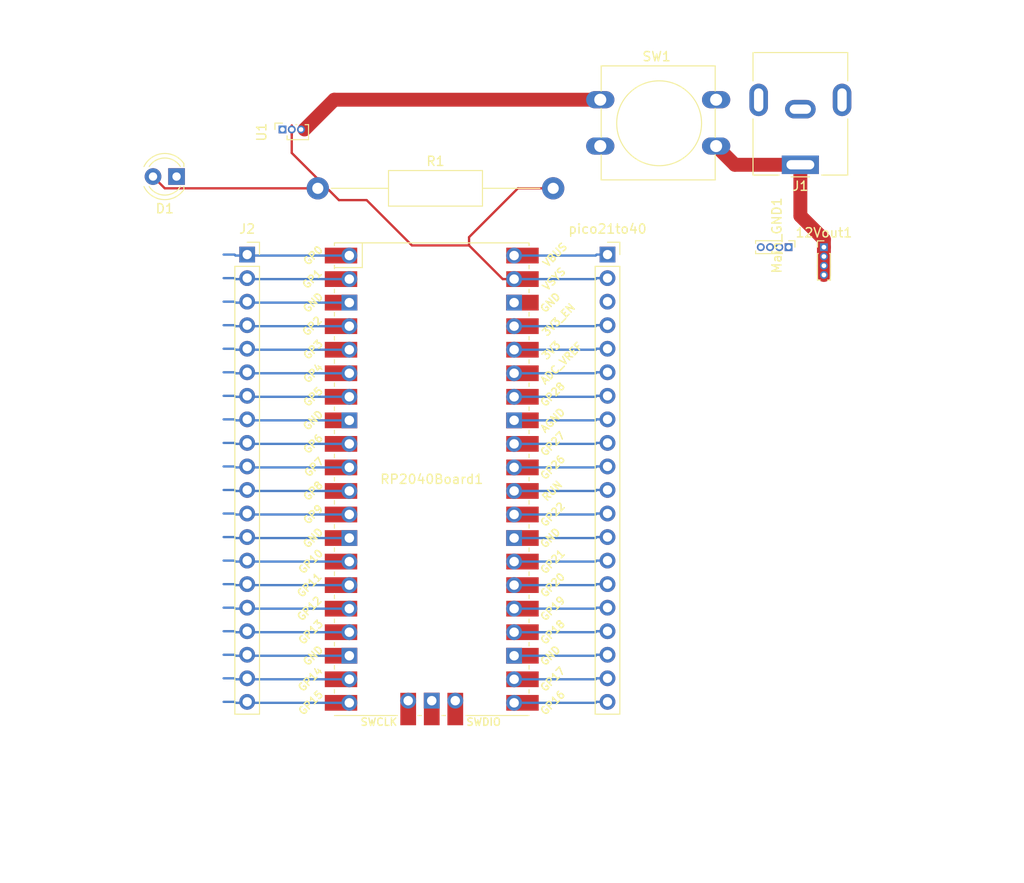
<source format=kicad_pcb>
(kicad_pcb (version 20171130) (host pcbnew 5.1.10-88a1d61d58~88~ubuntu20.04.1)

  (general
    (thickness 1.6)
    (drawings 4)
    (tracks 142)
    (zones 0)
    (modules 10)
    (nets 47)
  )

  (page A4)
  (layers
    (0 F.Cu signal)
    (1 In1.Cu signal)
    (2 In2.Cu signal)
    (31 B.Cu signal)
    (32 B.Adhes user)
    (33 F.Adhes user)
    (34 B.Paste user)
    (35 F.Paste user)
    (36 B.SilkS user)
    (37 F.SilkS user)
    (38 B.Mask user)
    (39 F.Mask user)
    (40 Dwgs.User user)
    (41 Cmts.User user)
    (42 Eco1.User user)
    (43 Eco2.User user)
    (44 Edge.Cuts user)
    (45 Margin user)
    (46 B.CrtYd user)
    (47 F.CrtYd user)
    (48 B.Fab user)
    (49 F.Fab user)
  )

  (setup
    (last_trace_width 1.5)
    (user_trace_width 1.5)
    (trace_clearance 0.2)
    (zone_clearance 0.508)
    (zone_45_only no)
    (trace_min 0.2)
    (via_size 0.8)
    (via_drill 0.4)
    (via_min_size 0.4)
    (via_min_drill 0.3)
    (uvia_size 0.3)
    (uvia_drill 0.1)
    (uvias_allowed no)
    (uvia_min_size 0.2)
    (uvia_min_drill 0.1)
    (edge_width 0.05)
    (segment_width 0.2)
    (pcb_text_width 0.3)
    (pcb_text_size 1.5 1.5)
    (mod_edge_width 0.12)
    (mod_text_size 1 1)
    (mod_text_width 0.15)
    (pad_size 1.524 1.524)
    (pad_drill 0.762)
    (pad_to_mask_clearance 0)
    (aux_axis_origin 0 0)
    (visible_elements FFFFFF7F)
    (pcbplotparams
      (layerselection 0x010fc_ffffffff)
      (usegerberextensions false)
      (usegerberattributes true)
      (usegerberadvancedattributes true)
      (creategerberjobfile true)
      (excludeedgelayer true)
      (linewidth 0.100000)
      (plotframeref false)
      (viasonmask false)
      (mode 1)
      (useauxorigin false)
      (hpglpennumber 1)
      (hpglpenspeed 20)
      (hpglpendiameter 15.000000)
      (psnegative false)
      (psa4output false)
      (plotreference true)
      (plotvalue true)
      (plotinvisibletext false)
      (padsonsilk false)
      (subtractmaskfromsilk false)
      (outputformat 1)
      (mirror false)
      (drillshape 1)
      (scaleselection 1)
      (outputdirectory ""))
  )

  (net 0 "")
  (net 1 "Net-(J2-Pad20)")
  (net 2 "Net-(J2-Pad19)")
  (net 3 "Net-(J2-Pad18)")
  (net 4 "Net-(J2-Pad17)")
  (net 5 "Net-(J2-Pad16)")
  (net 6 "Net-(J2-Pad15)")
  (net 7 "Net-(J2-Pad14)")
  (net 8 "Net-(J2-Pad13)")
  (net 9 "Net-(J2-Pad12)")
  (net 10 "Net-(J2-Pad11)")
  (net 11 "Net-(J2-Pad10)")
  (net 12 "Net-(J2-Pad9)")
  (net 13 "Net-(J2-Pad8)")
  (net 14 "Net-(J2-Pad7)")
  (net 15 "Net-(J2-Pad6)")
  (net 16 "Net-(J2-Pad5)")
  (net 17 "Net-(J2-Pad4)")
  (net 18 "Net-(J2-Pad3)")
  (net 19 "Net-(J2-Pad2)")
  (net 20 "Net-(J2-Pad1)")
  (net 21 "Net-(12Vout1-Pad1)")
  (net 22 "Net-(RP2040Board1-Pad21)")
  (net 23 "Net-(RP2040Board1-Pad22)")
  (net 24 "Net-(RP2040Board1-Pad23)")
  (net 25 "Net-(RP2040Board1-Pad24)")
  (net 26 "Net-(RP2040Board1-Pad25)")
  (net 27 "Net-(RP2040Board1-Pad26)")
  (net 28 "Net-(RP2040Board1-Pad27)")
  (net 29 "Net-(RP2040Board1-Pad28)")
  (net 30 "Net-(RP2040Board1-Pad29)")
  (net 31 "Net-(RP2040Board1-Pad30)")
  (net 32 "Net-(RP2040Board1-Pad31)")
  (net 33 "Net-(RP2040Board1-Pad32)")
  (net 34 "Net-(RP2040Board1-Pad33)")
  (net 35 "Net-(RP2040Board1-Pad34)")
  (net 36 "Net-(RP2040Board1-Pad35)")
  (net 37 "Net-(RP2040Board1-Pad36)")
  (net 38 "Net-(RP2040Board1-Pad37)")
  (net 39 "Net-(RP2040Board1-Pad40)")
  (net 40 "Net-(RP2040Board1-Pad43)")
  (net 41 "Net-(RP2040Board1-Pad42)")
  (net 42 "Net-(RP2040Board1-Pad41)")
  (net 43 "Net-(D1-Pad2)")
  (net 44 "Net-(R1-Pad2)")
  (net 45 "Net-(SW1-Pad1)")
  (net 46 GND)

  (net_class Default "This is the default net class."
    (clearance 0.2)
    (trace_width 0.25)
    (via_dia 0.8)
    (via_drill 0.4)
    (uvia_dia 0.3)
    (uvia_drill 0.1)
    (add_net GND)
    (add_net "Net-(12Vout1-Pad1)")
    (add_net "Net-(D1-Pad2)")
    (add_net "Net-(J2-Pad1)")
    (add_net "Net-(J2-Pad10)")
    (add_net "Net-(J2-Pad11)")
    (add_net "Net-(J2-Pad12)")
    (add_net "Net-(J2-Pad13)")
    (add_net "Net-(J2-Pad14)")
    (add_net "Net-(J2-Pad15)")
    (add_net "Net-(J2-Pad16)")
    (add_net "Net-(J2-Pad17)")
    (add_net "Net-(J2-Pad18)")
    (add_net "Net-(J2-Pad19)")
    (add_net "Net-(J2-Pad2)")
    (add_net "Net-(J2-Pad20)")
    (add_net "Net-(J2-Pad3)")
    (add_net "Net-(J2-Pad4)")
    (add_net "Net-(J2-Pad5)")
    (add_net "Net-(J2-Pad6)")
    (add_net "Net-(J2-Pad7)")
    (add_net "Net-(J2-Pad8)")
    (add_net "Net-(J2-Pad9)")
    (add_net "Net-(R1-Pad2)")
    (add_net "Net-(RP2040Board1-Pad21)")
    (add_net "Net-(RP2040Board1-Pad22)")
    (add_net "Net-(RP2040Board1-Pad23)")
    (add_net "Net-(RP2040Board1-Pad24)")
    (add_net "Net-(RP2040Board1-Pad25)")
    (add_net "Net-(RP2040Board1-Pad26)")
    (add_net "Net-(RP2040Board1-Pad27)")
    (add_net "Net-(RP2040Board1-Pad28)")
    (add_net "Net-(RP2040Board1-Pad29)")
    (add_net "Net-(RP2040Board1-Pad30)")
    (add_net "Net-(RP2040Board1-Pad31)")
    (add_net "Net-(RP2040Board1-Pad32)")
    (add_net "Net-(RP2040Board1-Pad33)")
    (add_net "Net-(RP2040Board1-Pad34)")
    (add_net "Net-(RP2040Board1-Pad35)")
    (add_net "Net-(RP2040Board1-Pad36)")
    (add_net "Net-(RP2040Board1-Pad37)")
    (add_net "Net-(RP2040Board1-Pad40)")
    (add_net "Net-(RP2040Board1-Pad41)")
    (add_net "Net-(RP2040Board1-Pad42)")
    (add_net "Net-(RP2040Board1-Pad43)")
    (add_net "Net-(SW1-Pad1)")
  )

  (module picoFootPrint:RPi_Pico_SMD_TH (layer F.Cu) (tedit 5F638C80) (tstamp 609F3391)
    (at 120.245 88.535)
    (descr "Through hole straight pin header, 2x20, 2.54mm pitch, double rows")
    (tags "Through hole pin header THT 2x20 2.54mm double row")
    (path /60A03192)
    (fp_text reference RP2040Board1 (at 0 0) (layer F.SilkS)
      (effects (font (size 1 1) (thickness 0.15)))
    )
    (fp_text value Pico (at 0 2.159) (layer F.Fab)
      (effects (font (size 1 1) (thickness 0.15)))
    )
    (fp_text user %R (at 0 0 180) (layer F.Fab)
      (effects (font (size 1 1) (thickness 0.15)))
    )
    (fp_text user GP1 (at -12.9 -21.6 45) (layer F.SilkS)
      (effects (font (size 0.8 0.8) (thickness 0.15)))
    )
    (fp_text user GP2 (at -12.9 -16.51 45) (layer F.SilkS)
      (effects (font (size 0.8 0.8) (thickness 0.15)))
    )
    (fp_text user GP0 (at -12.8 -24.13 45) (layer F.SilkS)
      (effects (font (size 0.8 0.8) (thickness 0.15)))
    )
    (fp_text user GP3 (at -12.8 -13.97 45) (layer F.SilkS)
      (effects (font (size 0.8 0.8) (thickness 0.15)))
    )
    (fp_text user GP4 (at -12.8 -11.43 45) (layer F.SilkS)
      (effects (font (size 0.8 0.8) (thickness 0.15)))
    )
    (fp_text user GP5 (at -12.8 -8.89 45) (layer F.SilkS)
      (effects (font (size 0.8 0.8) (thickness 0.15)))
    )
    (fp_text user GP6 (at -12.8 -3.81 45) (layer F.SilkS)
      (effects (font (size 0.8 0.8) (thickness 0.15)))
    )
    (fp_text user GP7 (at -12.7 -1.3 45) (layer F.SilkS)
      (effects (font (size 0.8 0.8) (thickness 0.15)))
    )
    (fp_text user GP8 (at -12.8 1.27 45) (layer F.SilkS)
      (effects (font (size 0.8 0.8) (thickness 0.15)))
    )
    (fp_text user GP9 (at -12.8 3.81 45) (layer F.SilkS)
      (effects (font (size 0.8 0.8) (thickness 0.15)))
    )
    (fp_text user GP10 (at -13.054 8.89 45) (layer F.SilkS)
      (effects (font (size 0.8 0.8) (thickness 0.15)))
    )
    (fp_text user GP11 (at -13.2 11.43 45) (layer F.SilkS)
      (effects (font (size 0.8 0.8) (thickness 0.15)))
    )
    (fp_text user GP12 (at -13.2 13.97 45) (layer F.SilkS)
      (effects (font (size 0.8 0.8) (thickness 0.15)))
    )
    (fp_text user GP13 (at -13.054 16.51 45) (layer F.SilkS)
      (effects (font (size 0.8 0.8) (thickness 0.15)))
    )
    (fp_text user GP14 (at -13.1 21.59 45) (layer F.SilkS)
      (effects (font (size 0.8 0.8) (thickness 0.15)))
    )
    (fp_text user GP15 (at -13.054 24.13 45) (layer F.SilkS)
      (effects (font (size 0.8 0.8) (thickness 0.15)))
    )
    (fp_text user GP16 (at 13.054 24.13 45) (layer F.SilkS)
      (effects (font (size 0.8 0.8) (thickness 0.15)))
    )
    (fp_text user GP17 (at 13.054 21.59 45) (layer F.SilkS)
      (effects (font (size 0.8 0.8) (thickness 0.15)))
    )
    (fp_text user GP18 (at 13.054 16.51 45) (layer F.SilkS)
      (effects (font (size 0.8 0.8) (thickness 0.15)))
    )
    (fp_text user GP19 (at 13.054 13.97 45) (layer F.SilkS)
      (effects (font (size 0.8 0.8) (thickness 0.15)))
    )
    (fp_text user GP20 (at 13.054 11.43 45) (layer F.SilkS)
      (effects (font (size 0.8 0.8) (thickness 0.15)))
    )
    (fp_text user GP21 (at 13.054 8.9 45) (layer F.SilkS)
      (effects (font (size 0.8 0.8) (thickness 0.15)))
    )
    (fp_text user GP22 (at 13.054 3.81 45) (layer F.SilkS)
      (effects (font (size 0.8 0.8) (thickness 0.15)))
    )
    (fp_text user RUN (at 13 1.27 45) (layer F.SilkS)
      (effects (font (size 0.8 0.8) (thickness 0.15)))
    )
    (fp_text user GP26 (at 13.054 -1.27 45) (layer F.SilkS)
      (effects (font (size 0.8 0.8) (thickness 0.15)))
    )
    (fp_text user GP27 (at 13.054 -3.8 45) (layer F.SilkS)
      (effects (font (size 0.8 0.8) (thickness 0.15)))
    )
    (fp_text user GP28 (at 13.054 -9.144 45) (layer F.SilkS)
      (effects (font (size 0.8 0.8) (thickness 0.15)))
    )
    (fp_text user ADC_VREF (at 14 -12.5 45) (layer F.SilkS)
      (effects (font (size 0.8 0.8) (thickness 0.15)))
    )
    (fp_text user 3V3 (at 12.9 -13.9 45) (layer F.SilkS)
      (effects (font (size 0.8 0.8) (thickness 0.15)))
    )
    (fp_text user 3V3_EN (at 13.7 -17.2 45) (layer F.SilkS)
      (effects (font (size 0.8 0.8) (thickness 0.15)))
    )
    (fp_text user VSYS (at 13.2 -21.59 45) (layer F.SilkS)
      (effects (font (size 0.8 0.8) (thickness 0.15)))
    )
    (fp_text user VBUS (at 13.3 -24.2 45) (layer F.SilkS)
      (effects (font (size 0.8 0.8) (thickness 0.15)))
    )
    (fp_text user GND (at -12.8 -19.05 45) (layer F.SilkS)
      (effects (font (size 0.8 0.8) (thickness 0.15)))
    )
    (fp_text user GND (at -12.8 -6.35 45) (layer F.SilkS)
      (effects (font (size 0.8 0.8) (thickness 0.15)))
    )
    (fp_text user GND (at -12.8 6.35 45) (layer F.SilkS)
      (effects (font (size 0.8 0.8) (thickness 0.15)))
    )
    (fp_text user GND (at -12.8 19.05 45) (layer F.SilkS)
      (effects (font (size 0.8 0.8) (thickness 0.15)))
    )
    (fp_text user GND (at 12.8 19.05 45) (layer F.SilkS)
      (effects (font (size 0.8 0.8) (thickness 0.15)))
    )
    (fp_text user GND (at 12.8 6.35 45) (layer F.SilkS)
      (effects (font (size 0.8 0.8) (thickness 0.15)))
    )
    (fp_text user GND (at 12.8 -19.05 45) (layer F.SilkS)
      (effects (font (size 0.8 0.8) (thickness 0.15)))
    )
    (fp_text user AGND (at 13.054 -6.35 45) (layer F.SilkS)
      (effects (font (size 0.8 0.8) (thickness 0.15)))
    )
    (fp_text user SWCLK (at -5.7 26.2) (layer F.SilkS)
      (effects (font (size 0.8 0.8) (thickness 0.15)))
    )
    (fp_text user SWDIO (at 5.6 26.2) (layer F.SilkS)
      (effects (font (size 0.8 0.8) (thickness 0.15)))
    )
    (fp_text user "Copper Keepouts shown on Dwgs layer" (at 0.1 -30.2) (layer Cmts.User)
      (effects (font (size 1 1) (thickness 0.15)))
    )
    (fp_line (start 1.1 25.5) (end 1.5 25.5) (layer F.SilkS) (width 0.12))
    (fp_line (start -1.5 25.5) (end -1.1 25.5) (layer F.SilkS) (width 0.12))
    (fp_line (start 10.5 25.5) (end 3.7 25.5) (layer F.SilkS) (width 0.12))
    (fp_line (start 10.5 15.1) (end 10.5 15.5) (layer F.SilkS) (width 0.12))
    (fp_line (start 10.5 7.4) (end 10.5 7.8) (layer F.SilkS) (width 0.12))
    (fp_line (start 10.5 -18) (end 10.5 -17.6) (layer F.SilkS) (width 0.12))
    (fp_line (start 10.5 -25.5) (end 10.5 -25.2) (layer F.SilkS) (width 0.12))
    (fp_line (start 10.5 -2.7) (end 10.5 -2.3) (layer F.SilkS) (width 0.12))
    (fp_line (start 10.5 12.5) (end 10.5 12.9) (layer F.SilkS) (width 0.12))
    (fp_line (start 10.5 -7.8) (end 10.5 -7.4) (layer F.SilkS) (width 0.12))
    (fp_line (start 10.5 -12.9) (end 10.5 -12.5) (layer F.SilkS) (width 0.12))
    (fp_line (start 10.5 -0.2) (end 10.5 0.2) (layer F.SilkS) (width 0.12))
    (fp_line (start 10.5 4.9) (end 10.5 5.3) (layer F.SilkS) (width 0.12))
    (fp_line (start 10.5 20.1) (end 10.5 20.5) (layer F.SilkS) (width 0.12))
    (fp_line (start 10.5 22.7) (end 10.5 23.1) (layer F.SilkS) (width 0.12))
    (fp_line (start 10.5 17.6) (end 10.5 18) (layer F.SilkS) (width 0.12))
    (fp_line (start 10.5 -15.4) (end 10.5 -15) (layer F.SilkS) (width 0.12))
    (fp_line (start 10.5 -23.1) (end 10.5 -22.7) (layer F.SilkS) (width 0.12))
    (fp_line (start 10.5 -20.5) (end 10.5 -20.1) (layer F.SilkS) (width 0.12))
    (fp_line (start 10.5 10) (end 10.5 10.4) (layer F.SilkS) (width 0.12))
    (fp_line (start 10.5 2.3) (end 10.5 2.7) (layer F.SilkS) (width 0.12))
    (fp_line (start 10.5 -5.3) (end 10.5 -4.9) (layer F.SilkS) (width 0.12))
    (fp_line (start 10.5 -10.4) (end 10.5 -10) (layer F.SilkS) (width 0.12))
    (fp_line (start -10.5 22.7) (end -10.5 23.1) (layer F.SilkS) (width 0.12))
    (fp_line (start -10.5 20.1) (end -10.5 20.5) (layer F.SilkS) (width 0.12))
    (fp_line (start -10.5 17.6) (end -10.5 18) (layer F.SilkS) (width 0.12))
    (fp_line (start -10.5 15.1) (end -10.5 15.5) (layer F.SilkS) (width 0.12))
    (fp_line (start -10.5 12.5) (end -10.5 12.9) (layer F.SilkS) (width 0.12))
    (fp_line (start -10.5 10) (end -10.5 10.4) (layer F.SilkS) (width 0.12))
    (fp_line (start -10.5 7.4) (end -10.5 7.8) (layer F.SilkS) (width 0.12))
    (fp_line (start -10.5 4.9) (end -10.5 5.3) (layer F.SilkS) (width 0.12))
    (fp_line (start -10.5 2.3) (end -10.5 2.7) (layer F.SilkS) (width 0.12))
    (fp_line (start -10.5 -0.2) (end -10.5 0.2) (layer F.SilkS) (width 0.12))
    (fp_line (start -10.5 -2.7) (end -10.5 -2.3) (layer F.SilkS) (width 0.12))
    (fp_line (start -10.5 -5.3) (end -10.5 -4.9) (layer F.SilkS) (width 0.12))
    (fp_line (start -10.5 -7.8) (end -10.5 -7.4) (layer F.SilkS) (width 0.12))
    (fp_line (start -10.5 -10.4) (end -10.5 -10) (layer F.SilkS) (width 0.12))
    (fp_line (start -10.5 -12.9) (end -10.5 -12.5) (layer F.SilkS) (width 0.12))
    (fp_line (start -10.5 -15.4) (end -10.5 -15) (layer F.SilkS) (width 0.12))
    (fp_line (start -10.5 -18) (end -10.5 -17.6) (layer F.SilkS) (width 0.12))
    (fp_line (start -10.5 -20.5) (end -10.5 -20.1) (layer F.SilkS) (width 0.12))
    (fp_line (start -10.5 -23.1) (end -10.5 -22.7) (layer F.SilkS) (width 0.12))
    (fp_line (start -10.5 -25.5) (end -10.5 -25.2) (layer F.SilkS) (width 0.12))
    (fp_line (start -7.493 -22.833) (end -7.493 -25.5) (layer F.SilkS) (width 0.12))
    (fp_line (start -10.5 -22.833) (end -7.493 -22.833) (layer F.SilkS) (width 0.12))
    (fp_line (start -3.7 25.5) (end -10.5 25.5) (layer F.SilkS) (width 0.12))
    (fp_line (start -10.5 -25.5) (end 10.5 -25.5) (layer F.SilkS) (width 0.12))
    (fp_line (start -11 26) (end -11 -26) (layer F.CrtYd) (width 0.12))
    (fp_line (start 11 26) (end -11 26) (layer F.CrtYd) (width 0.12))
    (fp_line (start 11 -26) (end 11 26) (layer F.CrtYd) (width 0.12))
    (fp_line (start -11 -26) (end 11 -26) (layer F.CrtYd) (width 0.12))
    (fp_line (start -10.5 -24.2) (end -9.2 -25.5) (layer F.Fab) (width 0.12))
    (fp_line (start -10.5 25.5) (end -10.5 -25.5) (layer F.Fab) (width 0.12))
    (fp_line (start 10.5 25.5) (end -10.5 25.5) (layer F.Fab) (width 0.12))
    (fp_line (start 10.5 -25.5) (end 10.5 25.5) (layer F.Fab) (width 0.12))
    (fp_line (start -10.5 -25.5) (end 10.5 -25.5) (layer F.Fab) (width 0.12))
    (fp_poly (pts (xy -1.5 -16.5) (xy -3.5 -16.5) (xy -3.5 -18.5) (xy -1.5 -18.5)) (layer Dwgs.User) (width 0.1))
    (fp_poly (pts (xy -1.5 -14) (xy -3.5 -14) (xy -3.5 -16) (xy -1.5 -16)) (layer Dwgs.User) (width 0.1))
    (fp_poly (pts (xy -1.5 -11.5) (xy -3.5 -11.5) (xy -3.5 -13.5) (xy -1.5 -13.5)) (layer Dwgs.User) (width 0.1))
    (fp_poly (pts (xy 3.7 -20.2) (xy -3.7 -20.2) (xy -3.7 -24.9) (xy 3.7 -24.9)) (layer Dwgs.User) (width 0.1))
    (pad 1 thru_hole oval (at -8.89 -24.13) (size 1.7 1.7) (drill 1.02) (layers *.Cu *.Mask)
      (net 20 "Net-(J2-Pad1)"))
    (pad 2 thru_hole oval (at -8.89 -21.59) (size 1.7 1.7) (drill 1.02) (layers *.Cu *.Mask)
      (net 19 "Net-(J2-Pad2)"))
    (pad 3 thru_hole rect (at -8.89 -19.05) (size 1.7 1.7) (drill 1.02) (layers *.Cu *.Mask)
      (net 18 "Net-(J2-Pad3)"))
    (pad 4 thru_hole oval (at -8.89 -16.51) (size 1.7 1.7) (drill 1.02) (layers *.Cu *.Mask)
      (net 17 "Net-(J2-Pad4)"))
    (pad 5 thru_hole oval (at -8.89 -13.97) (size 1.7 1.7) (drill 1.02) (layers *.Cu *.Mask)
      (net 16 "Net-(J2-Pad5)"))
    (pad 6 thru_hole oval (at -8.89 -11.43) (size 1.7 1.7) (drill 1.02) (layers *.Cu *.Mask)
      (net 15 "Net-(J2-Pad6)"))
    (pad 7 thru_hole oval (at -8.89 -8.89) (size 1.7 1.7) (drill 1.02) (layers *.Cu *.Mask)
      (net 14 "Net-(J2-Pad7)"))
    (pad 8 thru_hole rect (at -8.89 -6.35) (size 1.7 1.7) (drill 1.02) (layers *.Cu *.Mask)
      (net 13 "Net-(J2-Pad8)"))
    (pad 9 thru_hole oval (at -8.89 -3.81) (size 1.7 1.7) (drill 1.02) (layers *.Cu *.Mask)
      (net 12 "Net-(J2-Pad9)"))
    (pad 10 thru_hole oval (at -8.89 -1.27) (size 1.7 1.7) (drill 1.02) (layers *.Cu *.Mask)
      (net 11 "Net-(J2-Pad10)"))
    (pad 11 thru_hole oval (at -8.89 1.27) (size 1.7 1.7) (drill 1.02) (layers *.Cu *.Mask)
      (net 10 "Net-(J2-Pad11)"))
    (pad 12 thru_hole oval (at -8.89 3.81) (size 1.7 1.7) (drill 1.02) (layers *.Cu *.Mask)
      (net 9 "Net-(J2-Pad12)"))
    (pad 13 thru_hole rect (at -8.89 6.35) (size 1.7 1.7) (drill 1.02) (layers *.Cu *.Mask)
      (net 8 "Net-(J2-Pad13)"))
    (pad 14 thru_hole oval (at -8.89 8.89) (size 1.7 1.7) (drill 1.02) (layers *.Cu *.Mask)
      (net 7 "Net-(J2-Pad14)"))
    (pad 15 thru_hole oval (at -8.89 11.43) (size 1.7 1.7) (drill 1.02) (layers *.Cu *.Mask)
      (net 6 "Net-(J2-Pad15)"))
    (pad 16 thru_hole oval (at -8.89 13.97) (size 1.7 1.7) (drill 1.02) (layers *.Cu *.Mask)
      (net 5 "Net-(J2-Pad16)"))
    (pad 17 thru_hole oval (at -8.89 16.51) (size 1.7 1.7) (drill 1.02) (layers *.Cu *.Mask)
      (net 4 "Net-(J2-Pad17)"))
    (pad 18 thru_hole rect (at -8.89 19.05) (size 1.7 1.7) (drill 1.02) (layers *.Cu *.Mask)
      (net 3 "Net-(J2-Pad18)"))
    (pad 19 thru_hole oval (at -8.89 21.59) (size 1.7 1.7) (drill 1.02) (layers *.Cu *.Mask)
      (net 2 "Net-(J2-Pad19)"))
    (pad 20 thru_hole oval (at -8.89 24.13) (size 1.7 1.7) (drill 1.02) (layers *.Cu *.Mask)
      (net 1 "Net-(J2-Pad20)"))
    (pad 21 thru_hole oval (at 8.89 24.13) (size 1.7 1.7) (drill 1.02) (layers *.Cu *.Mask)
      (net 22 "Net-(RP2040Board1-Pad21)"))
    (pad 22 thru_hole oval (at 8.89 21.59) (size 1.7 1.7) (drill 1.02) (layers *.Cu *.Mask)
      (net 23 "Net-(RP2040Board1-Pad22)"))
    (pad 23 thru_hole rect (at 8.89 19.05) (size 1.7 1.7) (drill 1.02) (layers *.Cu *.Mask)
      (net 24 "Net-(RP2040Board1-Pad23)"))
    (pad 24 thru_hole oval (at 8.89 16.51) (size 1.7 1.7) (drill 1.02) (layers *.Cu *.Mask)
      (net 25 "Net-(RP2040Board1-Pad24)"))
    (pad 25 thru_hole oval (at 8.89 13.97) (size 1.7 1.7) (drill 1.02) (layers *.Cu *.Mask)
      (net 26 "Net-(RP2040Board1-Pad25)"))
    (pad 26 thru_hole oval (at 8.89 11.43) (size 1.7 1.7) (drill 1.02) (layers *.Cu *.Mask)
      (net 27 "Net-(RP2040Board1-Pad26)"))
    (pad 27 thru_hole oval (at 8.89 8.89) (size 1.7 1.7) (drill 1.02) (layers *.Cu *.Mask)
      (net 28 "Net-(RP2040Board1-Pad27)"))
    (pad 28 thru_hole rect (at 8.89 6.35) (size 1.7 1.7) (drill 1.02) (layers *.Cu *.Mask)
      (net 29 "Net-(RP2040Board1-Pad28)"))
    (pad 29 thru_hole oval (at 8.89 3.81) (size 1.7 1.7) (drill 1.02) (layers *.Cu *.Mask)
      (net 30 "Net-(RP2040Board1-Pad29)"))
    (pad 30 thru_hole oval (at 8.89 1.27) (size 1.7 1.7) (drill 1.02) (layers *.Cu *.Mask)
      (net 31 "Net-(RP2040Board1-Pad30)"))
    (pad 31 thru_hole oval (at 8.89 -1.27) (size 1.7 1.7) (drill 1.02) (layers *.Cu *.Mask)
      (net 32 "Net-(RP2040Board1-Pad31)"))
    (pad 32 thru_hole oval (at 8.89 -3.81) (size 1.7 1.7) (drill 1.02) (layers *.Cu *.Mask)
      (net 33 "Net-(RP2040Board1-Pad32)"))
    (pad 33 thru_hole rect (at 8.89 -6.35) (size 1.7 1.7) (drill 1.02) (layers *.Cu *.Mask)
      (net 34 "Net-(RP2040Board1-Pad33)"))
    (pad 34 thru_hole oval (at 8.89 -8.89) (size 1.7 1.7) (drill 1.02) (layers *.Cu *.Mask)
      (net 35 "Net-(RP2040Board1-Pad34)"))
    (pad 35 thru_hole oval (at 8.89 -11.43) (size 1.7 1.7) (drill 1.02) (layers *.Cu *.Mask)
      (net 36 "Net-(RP2040Board1-Pad35)"))
    (pad 36 thru_hole oval (at 8.89 -13.97) (size 1.7 1.7) (drill 1.02) (layers *.Cu *.Mask)
      (net 37 "Net-(RP2040Board1-Pad36)"))
    (pad 37 thru_hole oval (at 8.89 -16.51) (size 1.7 1.7) (drill 1.02) (layers *.Cu *.Mask)
      (net 38 "Net-(RP2040Board1-Pad37)"))
    (pad 38 thru_hole rect (at 8.89 -19.05) (size 1.7 1.7) (drill 1.02) (layers *.Cu *.Mask)
      (net 46 GND))
    (pad 39 thru_hole oval (at 8.89 -21.59) (size 1.7 1.7) (drill 1.02) (layers *.Cu *.Mask)
      (net 44 "Net-(R1-Pad2)"))
    (pad 40 thru_hole oval (at 8.89 -24.13) (size 1.7 1.7) (drill 1.02) (layers *.Cu *.Mask)
      (net 39 "Net-(RP2040Board1-Pad40)"))
    (pad 1 smd rect (at -8.89 -24.13) (size 3.5 1.7) (drill (offset -0.9 0)) (layers F.Cu F.Mask)
      (net 20 "Net-(J2-Pad1)"))
    (pad 2 smd rect (at -8.89 -21.59) (size 3.5 1.7) (drill (offset -0.9 0)) (layers F.Cu F.Mask)
      (net 19 "Net-(J2-Pad2)"))
    (pad 3 smd rect (at -8.89 -19.05) (size 3.5 1.7) (drill (offset -0.9 0)) (layers F.Cu F.Mask)
      (net 18 "Net-(J2-Pad3)"))
    (pad 4 smd rect (at -8.89 -16.51) (size 3.5 1.7) (drill (offset -0.9 0)) (layers F.Cu F.Mask)
      (net 17 "Net-(J2-Pad4)"))
    (pad 5 smd rect (at -8.89 -13.97) (size 3.5 1.7) (drill (offset -0.9 0)) (layers F.Cu F.Mask)
      (net 16 "Net-(J2-Pad5)"))
    (pad 6 smd rect (at -8.89 -11.43) (size 3.5 1.7) (drill (offset -0.9 0)) (layers F.Cu F.Mask)
      (net 15 "Net-(J2-Pad6)"))
    (pad 7 smd rect (at -8.89 -8.89) (size 3.5 1.7) (drill (offset -0.9 0)) (layers F.Cu F.Mask)
      (net 14 "Net-(J2-Pad7)"))
    (pad 8 smd rect (at -8.89 -6.35) (size 3.5 1.7) (drill (offset -0.9 0)) (layers F.Cu F.Mask)
      (net 13 "Net-(J2-Pad8)"))
    (pad 9 smd rect (at -8.89 -3.81) (size 3.5 1.7) (drill (offset -0.9 0)) (layers F.Cu F.Mask)
      (net 12 "Net-(J2-Pad9)"))
    (pad 10 smd rect (at -8.89 -1.27) (size 3.5 1.7) (drill (offset -0.9 0)) (layers F.Cu F.Mask)
      (net 11 "Net-(J2-Pad10)"))
    (pad 11 smd rect (at -8.89 1.27) (size 3.5 1.7) (drill (offset -0.9 0)) (layers F.Cu F.Mask)
      (net 10 "Net-(J2-Pad11)"))
    (pad 12 smd rect (at -8.89 3.81) (size 3.5 1.7) (drill (offset -0.9 0)) (layers F.Cu F.Mask)
      (net 9 "Net-(J2-Pad12)"))
    (pad 13 smd rect (at -8.89 6.35) (size 3.5 1.7) (drill (offset -0.9 0)) (layers F.Cu F.Mask)
      (net 8 "Net-(J2-Pad13)"))
    (pad 14 smd rect (at -8.89 8.89) (size 3.5 1.7) (drill (offset -0.9 0)) (layers F.Cu F.Mask)
      (net 7 "Net-(J2-Pad14)"))
    (pad 15 smd rect (at -8.89 11.43) (size 3.5 1.7) (drill (offset -0.9 0)) (layers F.Cu F.Mask)
      (net 6 "Net-(J2-Pad15)"))
    (pad 16 smd rect (at -8.89 13.97) (size 3.5 1.7) (drill (offset -0.9 0)) (layers F.Cu F.Mask)
      (net 5 "Net-(J2-Pad16)"))
    (pad 17 smd rect (at -8.89 16.51) (size 3.5 1.7) (drill (offset -0.9 0)) (layers F.Cu F.Mask)
      (net 4 "Net-(J2-Pad17)"))
    (pad 18 smd rect (at -8.89 19.05) (size 3.5 1.7) (drill (offset -0.9 0)) (layers F.Cu F.Mask)
      (net 3 "Net-(J2-Pad18)"))
    (pad 19 smd rect (at -8.89 21.59) (size 3.5 1.7) (drill (offset -0.9 0)) (layers F.Cu F.Mask)
      (net 2 "Net-(J2-Pad19)"))
    (pad 20 smd rect (at -8.89 24.13) (size 3.5 1.7) (drill (offset -0.9 0)) (layers F.Cu F.Mask)
      (net 1 "Net-(J2-Pad20)"))
    (pad 40 smd rect (at 8.89 -24.13) (size 3.5 1.7) (drill (offset 0.9 0)) (layers F.Cu F.Mask)
      (net 39 "Net-(RP2040Board1-Pad40)"))
    (pad 39 smd rect (at 8.89 -21.59) (size 3.5 1.7) (drill (offset 0.9 0)) (layers F.Cu F.Mask)
      (net 44 "Net-(R1-Pad2)"))
    (pad 38 smd rect (at 8.89 -19.05) (size 3.5 1.7) (drill (offset 0.9 0)) (layers F.Cu F.Mask)
      (net 46 GND))
    (pad 37 smd rect (at 8.89 -16.51) (size 3.5 1.7) (drill (offset 0.9 0)) (layers F.Cu F.Mask)
      (net 38 "Net-(RP2040Board1-Pad37)"))
    (pad 36 smd rect (at 8.89 -13.97) (size 3.5 1.7) (drill (offset 0.9 0)) (layers F.Cu F.Mask)
      (net 37 "Net-(RP2040Board1-Pad36)"))
    (pad 35 smd rect (at 8.89 -11.43) (size 3.5 1.7) (drill (offset 0.9 0)) (layers F.Cu F.Mask)
      (net 36 "Net-(RP2040Board1-Pad35)"))
    (pad 34 smd rect (at 8.89 -8.89) (size 3.5 1.7) (drill (offset 0.9 0)) (layers F.Cu F.Mask)
      (net 35 "Net-(RP2040Board1-Pad34)"))
    (pad 33 smd rect (at 8.89 -6.35) (size 3.5 1.7) (drill (offset 0.9 0)) (layers F.Cu F.Mask)
      (net 34 "Net-(RP2040Board1-Pad33)"))
    (pad 32 smd rect (at 8.89 -3.81) (size 3.5 1.7) (drill (offset 0.9 0)) (layers F.Cu F.Mask)
      (net 33 "Net-(RP2040Board1-Pad32)"))
    (pad 31 smd rect (at 8.89 -1.27) (size 3.5 1.7) (drill (offset 0.9 0)) (layers F.Cu F.Mask)
      (net 32 "Net-(RP2040Board1-Pad31)"))
    (pad 30 smd rect (at 8.89 1.27) (size 3.5 1.7) (drill (offset 0.9 0)) (layers F.Cu F.Mask)
      (net 31 "Net-(RP2040Board1-Pad30)"))
    (pad 29 smd rect (at 8.89 3.81) (size 3.5 1.7) (drill (offset 0.9 0)) (layers F.Cu F.Mask)
      (net 30 "Net-(RP2040Board1-Pad29)"))
    (pad 28 smd rect (at 8.89 6.35) (size 3.5 1.7) (drill (offset 0.9 0)) (layers F.Cu F.Mask)
      (net 29 "Net-(RP2040Board1-Pad28)"))
    (pad 27 smd rect (at 8.89 8.89) (size 3.5 1.7) (drill (offset 0.9 0)) (layers F.Cu F.Mask)
      (net 28 "Net-(RP2040Board1-Pad27)"))
    (pad 26 smd rect (at 8.89 11.43) (size 3.5 1.7) (drill (offset 0.9 0)) (layers F.Cu F.Mask)
      (net 27 "Net-(RP2040Board1-Pad26)"))
    (pad 25 smd rect (at 8.89 13.97) (size 3.5 1.7) (drill (offset 0.9 0)) (layers F.Cu F.Mask)
      (net 26 "Net-(RP2040Board1-Pad25)"))
    (pad 24 smd rect (at 8.89 16.51) (size 3.5 1.7) (drill (offset 0.9 0)) (layers F.Cu F.Mask)
      (net 25 "Net-(RP2040Board1-Pad24)"))
    (pad 23 smd rect (at 8.89 19.05) (size 3.5 1.7) (drill (offset 0.9 0)) (layers F.Cu F.Mask)
      (net 24 "Net-(RP2040Board1-Pad23)"))
    (pad 22 smd rect (at 8.89 21.59) (size 3.5 1.7) (drill (offset 0.9 0)) (layers F.Cu F.Mask)
      (net 23 "Net-(RP2040Board1-Pad22)"))
    (pad 21 smd rect (at 8.89 24.13) (size 3.5 1.7) (drill (offset 0.9 0)) (layers F.Cu F.Mask)
      (net 22 "Net-(RP2040Board1-Pad21)"))
    (pad "" np_thru_hole oval (at -2.725 -24) (size 1.8 1.8) (drill 1.8) (layers *.Cu *.Mask))
    (pad "" np_thru_hole oval (at 2.725 -24) (size 1.8 1.8) (drill 1.8) (layers *.Cu *.Mask))
    (pad "" np_thru_hole oval (at -2.425 -20.97) (size 1.5 1.5) (drill 1.5) (layers *.Cu *.Mask))
    (pad "" np_thru_hole oval (at 2.425 -20.97) (size 1.5 1.5) (drill 1.5) (layers *.Cu *.Mask))
    (pad 41 smd rect (at -2.54 23.9 90) (size 3.5 1.7) (drill (offset -0.9 0)) (layers F.Cu F.Mask)
      (net 42 "Net-(RP2040Board1-Pad41)"))
    (pad 41 thru_hole oval (at -2.54 23.9) (size 1.7 1.7) (drill 1.02) (layers *.Cu *.Mask)
      (net 42 "Net-(RP2040Board1-Pad41)"))
    (pad 42 smd rect (at 0 23.9 90) (size 3.5 1.7) (drill (offset -0.9 0)) (layers F.Cu F.Mask)
      (net 41 "Net-(RP2040Board1-Pad42)"))
    (pad 42 thru_hole rect (at 0 23.9) (size 1.7 1.7) (drill 1.02) (layers *.Cu *.Mask)
      (net 41 "Net-(RP2040Board1-Pad42)"))
    (pad 43 smd rect (at 2.54 23.9 90) (size 3.5 1.7) (drill (offset -0.9 0)) (layers F.Cu F.Mask)
      (net 40 "Net-(RP2040Board1-Pad43)"))
    (pad 43 thru_hole oval (at 2.54 23.9) (size 1.7 1.7) (drill 1.02) (layers *.Cu *.Mask)
      (net 40 "Net-(RP2040Board1-Pad43)"))
  )

  (module Resistor_THT:R_Axial_DIN0411_L9.9mm_D3.6mm_P25.40mm_Horizontal (layer F.Cu) (tedit 5AE5139B) (tstamp 60A11396)
    (at 107.95 57.15)
    (descr "Resistor, Axial_DIN0411 series, Axial, Horizontal, pin pitch=25.4mm, 1W, length*diameter=9.9*3.6mm^2")
    (tags "Resistor Axial_DIN0411 series Axial Horizontal pin pitch 25.4mm 1W length 9.9mm diameter 3.6mm")
    (path /609F8EDD)
    (fp_text reference R1 (at 12.7 -2.92) (layer F.SilkS)
      (effects (font (size 1 1) (thickness 0.15)))
    )
    (fp_text value R (at 12.7 2.92) (layer F.Fab)
      (effects (font (size 1 1) (thickness 0.15)))
    )
    (fp_line (start 26.85 -2.05) (end -1.45 -2.05) (layer F.CrtYd) (width 0.05))
    (fp_line (start 26.85 2.05) (end 26.85 -2.05) (layer F.CrtYd) (width 0.05))
    (fp_line (start -1.45 2.05) (end 26.85 2.05) (layer F.CrtYd) (width 0.05))
    (fp_line (start -1.45 -2.05) (end -1.45 2.05) (layer F.CrtYd) (width 0.05))
    (fp_line (start 23.96 0) (end 17.77 0) (layer F.SilkS) (width 0.12))
    (fp_line (start 1.44 0) (end 7.63 0) (layer F.SilkS) (width 0.12))
    (fp_line (start 17.77 -1.92) (end 7.63 -1.92) (layer F.SilkS) (width 0.12))
    (fp_line (start 17.77 1.92) (end 17.77 -1.92) (layer F.SilkS) (width 0.12))
    (fp_line (start 7.63 1.92) (end 17.77 1.92) (layer F.SilkS) (width 0.12))
    (fp_line (start 7.63 -1.92) (end 7.63 1.92) (layer F.SilkS) (width 0.12))
    (fp_line (start 25.4 0) (end 17.65 0) (layer F.Fab) (width 0.1))
    (fp_line (start 0 0) (end 7.75 0) (layer F.Fab) (width 0.1))
    (fp_line (start 17.65 -1.8) (end 7.75 -1.8) (layer F.Fab) (width 0.1))
    (fp_line (start 17.65 1.8) (end 17.65 -1.8) (layer F.Fab) (width 0.1))
    (fp_line (start 7.75 1.8) (end 17.65 1.8) (layer F.Fab) (width 0.1))
    (fp_line (start 7.75 -1.8) (end 7.75 1.8) (layer F.Fab) (width 0.1))
    (fp_text user %R (at 12.7 0) (layer F.Fab)
      (effects (font (size 1 1) (thickness 0.15)))
    )
    (pad 2 thru_hole oval (at 25.4 0) (size 2.4 2.4) (drill 1.2) (layers *.Cu *.Mask)
      (net 44 "Net-(R1-Pad2)"))
    (pad 1 thru_hole circle (at 0 0) (size 2.4 2.4) (drill 1.2) (layers *.Cu *.Mask)
      (net 43 "Net-(D1-Pad2)"))
    (model ${KISYS3DMOD}/Resistor_THT.3dshapes/R_Axial_DIN0411_L9.9mm_D3.6mm_P25.40mm_Horizontal.wrl
      (at (xyz 0 0 0))
      (scale (xyz 1 1 1))
      (rotate (xyz 0 0 0))
    )
  )

  (module LED_THT:LED_D4.0mm (layer F.Cu) (tedit 587A3A7B) (tstamp 60A11279)
    (at 92.71 55.88 180)
    (descr "LED, diameter 4.0mm, 2 pins, http://www.kingbright.com/attachments/file/psearch/000/00/00/L-43GD(Ver.12B).pdf")
    (tags "LED diameter 4.0mm 2 pins")
    (path /60A0A221)
    (fp_text reference D1 (at 1.27 -3.46) (layer F.SilkS)
      (effects (font (size 1 1) (thickness 0.15)))
    )
    (fp_text value LED (at 1.27 3.46) (layer F.Fab)
      (effects (font (size 1 1) (thickness 0.15)))
    )
    (fp_arc (start 1.27 0) (end -0.73 -1.32665) (angle 292.9) (layer F.Fab) (width 0.1))
    (fp_arc (start 1.27 0) (end -0.79 -1.398749) (angle 120.1) (layer F.SilkS) (width 0.12))
    (fp_arc (start 1.27 0) (end -0.79 1.398749) (angle -120.1) (layer F.SilkS) (width 0.12))
    (fp_arc (start 1.27 0) (end -0.41333 -1.08) (angle 114.6) (layer F.SilkS) (width 0.12))
    (fp_arc (start 1.27 0) (end -0.41333 1.08) (angle -114.6) (layer F.SilkS) (width 0.12))
    (fp_circle (center 1.27 0) (end 3.27 0) (layer F.Fab) (width 0.1))
    (fp_line (start -0.73 -1.32665) (end -0.73 1.32665) (layer F.Fab) (width 0.1))
    (fp_line (start -0.79 -1.399) (end -0.79 -1.08) (layer F.SilkS) (width 0.12))
    (fp_line (start -0.79 1.08) (end -0.79 1.399) (layer F.SilkS) (width 0.12))
    (fp_line (start -1.45 -2.75) (end -1.45 2.75) (layer F.CrtYd) (width 0.05))
    (fp_line (start -1.45 2.75) (end 4 2.75) (layer F.CrtYd) (width 0.05))
    (fp_line (start 4 2.75) (end 4 -2.75) (layer F.CrtYd) (width 0.05))
    (fp_line (start 4 -2.75) (end -1.45 -2.75) (layer F.CrtYd) (width 0.05))
    (pad 1 thru_hole rect (at 0 0 180) (size 1.8 1.8) (drill 0.9) (layers *.Cu *.Mask)
      (net 46 GND))
    (pad 2 thru_hole circle (at 2.54 0 180) (size 1.8 1.8) (drill 0.9) (layers *.Cu *.Mask)
      (net 43 "Net-(D1-Pad2)"))
    (model ${KISYS3DMOD}/LED_THT.3dshapes/LED_D4.0mm.wrl
      (at (xyz 0 0 0))
      (scale (xyz 1 1 1))
      (rotate (xyz 0 0 0))
    )
  )

  (module Connector_BarrelJack:BarrelJack_CUI_PJ-063AH_Horizontal (layer F.Cu) (tedit 5B0886BD) (tstamp 60A03224)
    (at 160.02 54.61 180)
    (descr "Barrel Jack, 2.0mm ID, 5.5mm OD, 24V, 8A, no switch, https://www.cui.com/product/resource/pj-063ah.pdf")
    (tags "barrel jack cui dc power")
    (path /60A735D7)
    (fp_text reference J1 (at 0 -2.3) (layer F.SilkS)
      (effects (font (size 1 1) (thickness 0.15)))
    )
    (fp_text value Barrel_Jack (at 0 13) (layer F.Fab)
      (effects (font (size 1 1) (thickness 0.15)))
    )
    (fp_text user %R (at 0 5.5) (layer F.Fab)
      (effects (font (size 1 1) (thickness 0.15)))
    )
    (fp_line (start 6 -1.5) (end -6 -1.5) (layer F.CrtYd) (width 0.05))
    (fp_line (start 6 12.5) (end 6 -1.5) (layer F.CrtYd) (width 0.05))
    (fp_line (start -6 12.5) (end 6 12.5) (layer F.CrtYd) (width 0.05))
    (fp_line (start -6 -1.5) (end -6 12.5) (layer F.CrtYd) (width 0.05))
    (fp_line (start -1 -1.3) (end 1 -1.3) (layer F.SilkS) (width 0.12))
    (fp_line (start -5.11 12.11) (end -5.11 9.05) (layer F.SilkS) (width 0.12))
    (fp_line (start 5.11 12.11) (end -5.11 12.11) (layer F.SilkS) (width 0.12))
    (fp_line (start 5.11 9.05) (end 5.11 12.11) (layer F.SilkS) (width 0.12))
    (fp_line (start 5.11 -1.11) (end 5.11 4.95) (layer F.SilkS) (width 0.12))
    (fp_line (start 2.3 -1.11) (end 5.11 -1.11) (layer F.SilkS) (width 0.12))
    (fp_line (start -5.11 -1.11) (end -2.3 -1.11) (layer F.SilkS) (width 0.12))
    (fp_line (start -5.11 4.95) (end -5.11 -1.11) (layer F.SilkS) (width 0.12))
    (fp_line (start -5 12) (end -5 -1) (layer F.Fab) (width 0.1))
    (fp_line (start 5 12) (end -5 12) (layer F.Fab) (width 0.1))
    (fp_line (start 5 -1) (end 5 12) (layer F.Fab) (width 0.1))
    (fp_line (start 1 -1) (end 5 -1) (layer F.Fab) (width 0.1))
    (fp_line (start 0 0) (end 1 -1) (layer F.Fab) (width 0.1))
    (fp_line (start -1 -1) (end 0 0) (layer F.Fab) (width 0.1))
    (fp_line (start -5 -1) (end -1 -1) (layer F.Fab) (width 0.1))
    (pad 1 thru_hole rect (at 0 0 180) (size 4 2) (drill oval 3 1) (layers *.Cu *.Mask)
      (net 21 "Net-(12Vout1-Pad1)"))
    (pad 2 thru_hole oval (at 0 6 180) (size 3.3 2) (drill oval 2.3 1) (layers *.Cu *.Mask)
      (net 46 GND))
    (pad MP thru_hole oval (at -4.5 7 180) (size 2 3.5) (drill oval 1 2.5) (layers *.Cu *.Mask))
    (pad MP thru_hole oval (at 4.5 7 180) (size 2 3.5) (drill oval 1 2.5) (layers *.Cu *.Mask))
    (pad "" np_thru_hole circle (at 0 9 180) (size 1.6 1.6) (drill 1.6) (layers *.Cu *.Mask))
    (model ${KISYS3DMOD}/Connector_BarrelJack.3dshapes/BarrelJack_CUI_PJ-063AH_Horizontal.wrl
      (at (xyz 0 0 0))
      (scale (xyz 1 1 1))
      (rotate (xyz 0 0 0))
    )
  )

  (module Connector_PinSocket_1.00mm:PinSocket_1x03_P1.00mm_Vertical (layer F.Cu) (tedit 5A19A42C) (tstamp 60A034AD)
    (at 104.14 50.8 90)
    (descr "Through hole straight socket strip, 1x03, 1.00mm pitch, single row (https://gct.co/files/drawings/bc065.pdf), script generated")
    (tags "Through hole socket strip THT 1x03 1.00mm single row")
    (path /60A164B8)
    (fp_text reference U1 (at -0.29 -2.25 90) (layer F.SilkS)
      (effects (font (size 1 1) (thickness 0.15)))
    )
    (fp_text value LM1117-3.3 (at -0.29 4.25 90) (layer F.Fab)
      (effects (font (size 1 1) (thickness 0.15)))
    )
    (fp_text user %R (at -0.29 1) (layer F.Fab)
      (effects (font (size 0.9 0.9) (thickness 0.14)))
    )
    (fp_line (start -1.54 3.25) (end -1.54 -1.25) (layer F.CrtYd) (width 0.05))
    (fp_line (start 0.96 3.25) (end -1.54 3.25) (layer F.CrtYd) (width 0.05))
    (fp_line (start 0.96 -1.25) (end 0.96 3.25) (layer F.CrtYd) (width 0.05))
    (fp_line (start -1.54 -1.25) (end 0.96 -1.25) (layer F.CrtYd) (width 0.05))
    (fp_line (start 0 -0.81) (end 0.685 -0.81) (layer F.SilkS) (width 0.12))
    (fp_line (start 0.685 -0.81) (end 0.685 0) (layer F.SilkS) (width 0.12))
    (fp_line (start 0.52 2.445898) (end 0.52 2.81) (layer F.SilkS) (width 0.12))
    (fp_line (start 0.52 1.445898) (end 0.52 1.554102) (layer F.SilkS) (width 0.12))
    (fp_line (start -1.1 2.81) (end 0.52 2.81) (layer F.SilkS) (width 0.12))
    (fp_line (start -1.1 0.5) (end -1.1 2.81) (layer F.SilkS) (width 0.12))
    (fp_line (start -1.1 0.5) (end -0.685 0.5) (layer F.SilkS) (width 0.12))
    (fp_line (start -1.04 2.75) (end -1.04 -0.75) (layer F.Fab) (width 0.1))
    (fp_line (start 0.46 2.75) (end -1.04 2.75) (layer F.Fab) (width 0.1))
    (fp_line (start 0.46 -0.375) (end 0.46 2.75) (layer F.Fab) (width 0.1))
    (fp_line (start 0.085 -0.75) (end 0.46 -0.375) (layer F.Fab) (width 0.1))
    (fp_line (start -1.04 -0.75) (end 0.085 -0.75) (layer F.Fab) (width 0.1))
    (pad 1 thru_hole rect (at 0 0 90) (size 0.85 0.85) (drill 0.5) (layers *.Cu *.Mask)
      (net 46 GND))
    (pad 2 thru_hole oval (at 0 1 90) (size 0.85 0.85) (drill 0.5) (layers *.Cu *.Mask)
      (net 44 "Net-(R1-Pad2)"))
    (pad 3 thru_hole oval (at 0 2 90) (size 0.85 0.85) (drill 0.5) (layers *.Cu *.Mask)
      (net 45 "Net-(SW1-Pad1)"))
    (model ${KISYS3DMOD}/Connector_PinSocket_1.00mm.3dshapes/PinSocket_1x03_P1.00mm_Vertical.wrl
      (at (xyz 0 0 0))
      (scale (xyz 1 1 1))
      (rotate (xyz 0 0 0))
    )
  )

  (module Button_Switch_THT:SW_PUSH-12mm (layer F.Cu) (tedit 5D160D14) (tstamp 60A03495)
    (at 138.43 47.59)
    (descr "SW PUSH 12mm https://www.e-switch.com/system/asset/product_line/data_sheet/143/TL1100.pdf")
    (tags "tact sw push 12mm")
    (path /60A99454)
    (fp_text reference SW1 (at 6.08 -4.66) (layer F.SilkS)
      (effects (font (size 1 1) (thickness 0.15)))
    )
    (fp_text value SW_Push_Dual (at 6.62 9.93) (layer F.Fab)
      (effects (font (size 1 1) (thickness 0.15)))
    )
    (fp_line (start 0.25 8.5) (end 12.25 8.5) (layer F.Fab) (width 0.1))
    (fp_line (start 0.25 -3.5) (end 12.25 -3.5) (layer F.Fab) (width 0.1))
    (fp_line (start 12.25 -3.5) (end 12.25 8.5) (layer F.Fab) (width 0.1))
    (fp_line (start 0.1 -3.65) (end 12.4 -3.65) (layer F.SilkS) (width 0.12))
    (fp_line (start 12.4 0.93) (end 12.4 4.07) (layer F.SilkS) (width 0.12))
    (fp_line (start 12.4 8.65) (end 0.1 8.65) (layer F.SilkS) (width 0.12))
    (fp_line (start 0.1 -0.93) (end 0.1 -3.65) (layer F.SilkS) (width 0.12))
    (fp_line (start -1.77 -3.75) (end 14.25 -3.75) (layer F.CrtYd) (width 0.05))
    (fp_line (start -1.77 -3.75) (end -1.77 8.75) (layer F.CrtYd) (width 0.05))
    (fp_line (start 14.25 8.75) (end 14.25 -3.75) (layer F.CrtYd) (width 0.05))
    (fp_line (start 14.25 8.75) (end -1.77 8.75) (layer F.CrtYd) (width 0.05))
    (fp_circle (center 6.35 2.54) (end 10.16 5.08) (layer F.SilkS) (width 0.12))
    (fp_line (start 0.25 -3.5) (end 0.25 8.5) (layer F.Fab) (width 0.1))
    (fp_line (start 0.1 8.65) (end 0.1 5.93) (layer F.SilkS) (width 0.12))
    (fp_line (start 0.1 4.07) (end 0.1 0.93) (layer F.SilkS) (width 0.12))
    (fp_line (start 12.4 5.93) (end 12.4 8.65) (layer F.SilkS) (width 0.12))
    (fp_line (start 12.4 -3.65) (end 12.4 -0.93) (layer F.SilkS) (width 0.12))
    (fp_text user %R (at 6.35 2.54) (layer F.Fab)
      (effects (font (size 1 1) (thickness 0.15)))
    )
    (pad 2 thru_hole oval (at 0 5) (size 3.048 1.85) (drill 1.3) (layers *.Cu *.Mask)
      (net 21 "Net-(12Vout1-Pad1)"))
    (pad 1 thru_hole oval (at 0 0) (size 3.048 1.85) (drill 1.3) (layers *.Cu *.Mask)
      (net 45 "Net-(SW1-Pad1)"))
    (pad 2 thru_hole oval (at 12.5 5) (size 3.048 1.85) (drill 1.3) (layers *.Cu *.Mask)
      (net 21 "Net-(12Vout1-Pad1)"))
    (pad 1 thru_hole oval (at 12.5 0) (size 3.048 1.85) (drill 1.3) (layers *.Cu *.Mask)
      (net 45 "Net-(SW1-Pad1)"))
    (model ${KISYS3DMOD}/Button_Switch_THT.3dshapes/SW_PUSH-12mm.wrl
      (at (xyz 0 0 0))
      (scale (xyz 1 1 1))
      (rotate (xyz 0 0 0))
    )
  )

  (module Connector_PinHeader_1.00mm:PinHeader_1x04_P1.00mm_Vertical (layer F.Cu) (tedit 59FED738) (tstamp 60A0328C)
    (at 158.75 63.5 270)
    (descr "Through hole straight pin header, 1x04, 1.00mm pitch, single row")
    (tags "Through hole pin header THT 1x04 1.00mm single row")
    (path /60A16EFC)
    (fp_text reference Main_GND1 (at -1.27 1.27 90) (layer F.SilkS)
      (effects (font (size 1 1) (thickness 0.15)))
    )
    (fp_text value Conn_01x04_Male (at 0 4.56 90) (layer F.Fab)
      (effects (font (size 1 1) (thickness 0.15)))
    )
    (fp_text user %R (at 3 1.5) (layer F.Fab)
      (effects (font (size 0.76 0.76) (thickness 0.114)))
    )
    (fp_line (start 1.15 -1) (end -1.15 -1) (layer F.CrtYd) (width 0.05))
    (fp_line (start 1.15 4) (end 1.15 -1) (layer F.CrtYd) (width 0.05))
    (fp_line (start -1.15 4) (end 1.15 4) (layer F.CrtYd) (width 0.05))
    (fp_line (start -1.15 -1) (end -1.15 4) (layer F.CrtYd) (width 0.05))
    (fp_line (start -0.695 -0.685) (end 0 -0.685) (layer F.SilkS) (width 0.12))
    (fp_line (start -0.695 0) (end -0.695 -0.685) (layer F.SilkS) (width 0.12))
    (fp_line (start 0.608276 0.685) (end 0.695 0.685) (layer F.SilkS) (width 0.12))
    (fp_line (start -0.695 0.685) (end -0.608276 0.685) (layer F.SilkS) (width 0.12))
    (fp_line (start 0.695 0.685) (end 0.695 3.56) (layer F.SilkS) (width 0.12))
    (fp_line (start -0.695 0.685) (end -0.695 3.56) (layer F.SilkS) (width 0.12))
    (fp_line (start 0.394493 3.56) (end 0.695 3.56) (layer F.SilkS) (width 0.12))
    (fp_line (start -0.695 3.56) (end -0.394493 3.56) (layer F.SilkS) (width 0.12))
    (fp_line (start -0.635 -0.1825) (end -0.3175 -0.5) (layer F.Fab) (width 0.1))
    (fp_line (start -0.635 3.5) (end -0.635 -0.1825) (layer F.Fab) (width 0.1))
    (fp_line (start 0.635 3.5) (end -0.635 3.5) (layer F.Fab) (width 0.1))
    (fp_line (start 0.635 -0.5) (end 0.635 3.5) (layer F.Fab) (width 0.1))
    (fp_line (start -0.3175 -0.5) (end 0.635 -0.5) (layer F.Fab) (width 0.1))
    (pad 1 thru_hole rect (at 0 0 270) (size 0.85 0.85) (drill 0.5) (layers *.Cu *.Mask)
      (net 46 GND))
    (pad 2 thru_hole oval (at 0 1 270) (size 0.85 0.85) (drill 0.5) (layers *.Cu *.Mask)
      (net 46 GND))
    (pad 3 thru_hole oval (at 0 2 270) (size 0.85 0.85) (drill 0.5) (layers *.Cu *.Mask)
      (net 46 GND))
    (pad 4 thru_hole oval (at 0 3 270) (size 0.85 0.85) (drill 0.5) (layers *.Cu *.Mask)
      (net 46 GND))
    (model ${KISYS3DMOD}/Connector_PinHeader_1.00mm.3dshapes/PinHeader_1x04_P1.00mm_Vertical.wrl
      (at (xyz 0 0 0))
      (scale (xyz 1 1 1))
      (rotate (xyz 0 0 0))
    )
  )

  (module Connector_PinHeader_1.00mm:PinHeader_1x04_P1.00mm_Vertical (layer F.Cu) (tedit 59FED738) (tstamp 60A031F6)
    (at 162.56 63.5)
    (descr "Through hole straight pin header, 1x04, 1.00mm pitch, single row")
    (tags "Through hole pin header THT 1x04 1.00mm single row")
    (path /60A2414E)
    (fp_text reference 12Vout1 (at 0 -1.56) (layer F.SilkS)
      (effects (font (size 1 1) (thickness 0.15)))
    )
    (fp_text value Conn_01x04_Male (at 0 4.56) (layer F.Fab)
      (effects (font (size 1 1) (thickness 0.15)))
    )
    (fp_line (start -0.3175 -0.5) (end 0.635 -0.5) (layer F.Fab) (width 0.1))
    (fp_line (start 0.635 -0.5) (end 0.635 3.5) (layer F.Fab) (width 0.1))
    (fp_line (start 0.635 3.5) (end -0.635 3.5) (layer F.Fab) (width 0.1))
    (fp_line (start -0.635 3.5) (end -0.635 -0.1825) (layer F.Fab) (width 0.1))
    (fp_line (start -0.635 -0.1825) (end -0.3175 -0.5) (layer F.Fab) (width 0.1))
    (fp_line (start -0.695 3.56) (end -0.394493 3.56) (layer F.SilkS) (width 0.12))
    (fp_line (start 0.394493 3.56) (end 0.695 3.56) (layer F.SilkS) (width 0.12))
    (fp_line (start -0.695 0.685) (end -0.695 3.56) (layer F.SilkS) (width 0.12))
    (fp_line (start 0.695 0.685) (end 0.695 3.56) (layer F.SilkS) (width 0.12))
    (fp_line (start -0.695 0.685) (end -0.608276 0.685) (layer F.SilkS) (width 0.12))
    (fp_line (start 0.608276 0.685) (end 0.695 0.685) (layer F.SilkS) (width 0.12))
    (fp_line (start -0.695 0) (end -0.695 -0.685) (layer F.SilkS) (width 0.12))
    (fp_line (start -0.695 -0.685) (end 0 -0.685) (layer F.SilkS) (width 0.12))
    (fp_line (start -1.15 -1) (end -1.15 4) (layer F.CrtYd) (width 0.05))
    (fp_line (start -1.15 4) (end 1.15 4) (layer F.CrtYd) (width 0.05))
    (fp_line (start 1.15 4) (end 1.15 -1) (layer F.CrtYd) (width 0.05))
    (fp_line (start 1.15 -1) (end -1.15 -1) (layer F.CrtYd) (width 0.05))
    (fp_text user %R (at 0 1.5 90) (layer F.Fab)
      (effects (font (size 0.76 0.76) (thickness 0.114)))
    )
    (pad 4 thru_hole oval (at 0 3) (size 0.85 0.85) (drill 0.5) (layers *.Cu *.Mask)
      (net 21 "Net-(12Vout1-Pad1)"))
    (pad 3 thru_hole oval (at 0 2) (size 0.85 0.85) (drill 0.5) (layers *.Cu *.Mask)
      (net 21 "Net-(12Vout1-Pad1)"))
    (pad 2 thru_hole oval (at 0 1) (size 0.85 0.85) (drill 0.5) (layers *.Cu *.Mask)
      (net 21 "Net-(12Vout1-Pad1)"))
    (pad 1 thru_hole rect (at 0 0) (size 0.85 0.85) (drill 0.5) (layers *.Cu *.Mask)
      (net 21 "Net-(12Vout1-Pad1)"))
    (model ${KISYS3DMOD}/Connector_PinHeader_1.00mm.3dshapes/PinHeader_1x04_P1.00mm_Vertical.wrl
      (at (xyz 0 0 0))
      (scale (xyz 1 1 1))
      (rotate (xyz 0 0 0))
    )
  )

  (module Connector_PinSocket_2.54mm:PinSocket_1x20_P2.54mm_Vertical (layer F.Cu) (tedit 5A19A41E) (tstamp 609F32CB)
    (at 139.21 64.3)
    (descr "Through hole straight socket strip, 1x20, 2.54mm pitch, single row (from Kicad 4.0.7), script generated")
    (tags "Through hole socket strip THT 1x20 2.54mm single row")
    (path /606EDD3B)
    (fp_text reference pico21to40 (at 0 -2.77) (layer F.SilkS)
      (effects (font (size 1 1) (thickness 0.15)))
    )
    (fp_text value Conn_01x20_Female (at 0 51.03) (layer F.Fab)
      (effects (font (size 1 1) (thickness 0.15)))
    )
    (fp_text user %R (at 0 24.13 90) (layer F.Fab)
      (effects (font (size 1 1) (thickness 0.15)))
    )
    (fp_line (start -1.27 -1.27) (end 0.635 -1.27) (layer F.Fab) (width 0.1))
    (fp_line (start 0.635 -1.27) (end 1.27 -0.635) (layer F.Fab) (width 0.1))
    (fp_line (start 1.27 -0.635) (end 1.27 49.53) (layer F.Fab) (width 0.1))
    (fp_line (start 1.27 49.53) (end -1.27 49.53) (layer F.Fab) (width 0.1))
    (fp_line (start -1.27 49.53) (end -1.27 -1.27) (layer F.Fab) (width 0.1))
    (fp_line (start -1.33 1.27) (end 1.33 1.27) (layer F.SilkS) (width 0.12))
    (fp_line (start -1.33 1.27) (end -1.33 49.59) (layer F.SilkS) (width 0.12))
    (fp_line (start -1.33 49.59) (end 1.33 49.59) (layer F.SilkS) (width 0.12))
    (fp_line (start 1.33 1.27) (end 1.33 49.59) (layer F.SilkS) (width 0.12))
    (fp_line (start 1.33 -1.33) (end 1.33 0) (layer F.SilkS) (width 0.12))
    (fp_line (start 0 -1.33) (end 1.33 -1.33) (layer F.SilkS) (width 0.12))
    (fp_line (start -1.8 -1.8) (end 1.75 -1.8) (layer F.CrtYd) (width 0.05))
    (fp_line (start 1.75 -1.8) (end 1.75 50) (layer F.CrtYd) (width 0.05))
    (fp_line (start 1.75 50) (end -1.8 50) (layer F.CrtYd) (width 0.05))
    (fp_line (start -1.8 50) (end -1.8 -1.8) (layer F.CrtYd) (width 0.05))
    (pad 1 thru_hole rect (at 0 0) (size 1.7 1.7) (drill 1) (layers *.Cu *.Mask)
      (net 39 "Net-(RP2040Board1-Pad40)"))
    (pad 2 thru_hole oval (at 0 2.54) (size 1.7 1.7) (drill 1) (layers *.Cu *.Mask)
      (net 44 "Net-(R1-Pad2)"))
    (pad 3 thru_hole oval (at 0 5.08) (size 1.7 1.7) (drill 1) (layers *.Cu *.Mask)
      (net 46 GND))
    (pad 4 thru_hole oval (at 0 7.62) (size 1.7 1.7) (drill 1) (layers *.Cu *.Mask)
      (net 38 "Net-(RP2040Board1-Pad37)"))
    (pad 5 thru_hole oval (at 0 10.16) (size 1.7 1.7) (drill 1) (layers *.Cu *.Mask)
      (net 37 "Net-(RP2040Board1-Pad36)"))
    (pad 6 thru_hole oval (at 0 12.7) (size 1.7 1.7) (drill 1) (layers *.Cu *.Mask)
      (net 36 "Net-(RP2040Board1-Pad35)"))
    (pad 7 thru_hole oval (at 0 15.24) (size 1.7 1.7) (drill 1) (layers *.Cu *.Mask)
      (net 35 "Net-(RP2040Board1-Pad34)"))
    (pad 8 thru_hole oval (at 0 17.78) (size 1.7 1.7) (drill 1) (layers *.Cu *.Mask)
      (net 34 "Net-(RP2040Board1-Pad33)"))
    (pad 9 thru_hole oval (at 0 20.32) (size 1.7 1.7) (drill 1) (layers *.Cu *.Mask)
      (net 33 "Net-(RP2040Board1-Pad32)"))
    (pad 10 thru_hole oval (at 0 22.86) (size 1.7 1.7) (drill 1) (layers *.Cu *.Mask)
      (net 32 "Net-(RP2040Board1-Pad31)"))
    (pad 11 thru_hole oval (at 0 25.4) (size 1.7 1.7) (drill 1) (layers *.Cu *.Mask)
      (net 31 "Net-(RP2040Board1-Pad30)"))
    (pad 12 thru_hole oval (at 0 27.94) (size 1.7 1.7) (drill 1) (layers *.Cu *.Mask)
      (net 30 "Net-(RP2040Board1-Pad29)"))
    (pad 13 thru_hole oval (at 0 30.48) (size 1.7 1.7) (drill 1) (layers *.Cu *.Mask)
      (net 29 "Net-(RP2040Board1-Pad28)"))
    (pad 14 thru_hole oval (at 0 33.02) (size 1.7 1.7) (drill 1) (layers *.Cu *.Mask)
      (net 28 "Net-(RP2040Board1-Pad27)"))
    (pad 15 thru_hole oval (at 0 35.56) (size 1.7 1.7) (drill 1) (layers *.Cu *.Mask)
      (net 27 "Net-(RP2040Board1-Pad26)"))
    (pad 16 thru_hole oval (at 0 38.1) (size 1.7 1.7) (drill 1) (layers *.Cu *.Mask)
      (net 26 "Net-(RP2040Board1-Pad25)"))
    (pad 17 thru_hole oval (at 0 40.64) (size 1.7 1.7) (drill 1) (layers *.Cu *.Mask)
      (net 25 "Net-(RP2040Board1-Pad24)"))
    (pad 18 thru_hole oval (at 0 43.18) (size 1.7 1.7) (drill 1) (layers *.Cu *.Mask)
      (net 24 "Net-(RP2040Board1-Pad23)"))
    (pad 19 thru_hole oval (at 0 45.72) (size 1.7 1.7) (drill 1) (layers *.Cu *.Mask)
      (net 23 "Net-(RP2040Board1-Pad22)"))
    (pad 20 thru_hole oval (at 0 48.26) (size 1.7 1.7) (drill 1) (layers *.Cu *.Mask)
      (net 22 "Net-(RP2040Board1-Pad21)"))
    (model ${KISYS3DMOD}/Connector_PinSocket_2.54mm.3dshapes/PinSocket_1x20_P2.54mm_Vertical.wrl
      (at (xyz 0 0 0))
      (scale (xyz 1 1 1))
      (rotate (xyz 0 0 0))
    )
  )

  (module Connector_PinSocket_2.54mm:PinSocket_1x20_P2.54mm_Vertical (layer F.Cu) (tedit 5A19A41E) (tstamp 609F3290)
    (at 100.33 64.3)
    (descr "Through hole straight socket strip, 1x20, 2.54mm pitch, single row (from Kicad 4.0.7), script generated")
    (tags "Through hole socket strip THT 1x20 2.54mm single row")
    (path /606F7FA3)
    (fp_text reference J2 (at 0 -2.77) (layer F.SilkS)
      (effects (font (size 1 1) (thickness 0.15)))
    )
    (fp_text value Pico1to20 (at 0 51.03) (layer F.Fab)
      (effects (font (size 1 1) (thickness 0.15)))
    )
    (fp_line (start -1.8 50) (end -1.8 -1.8) (layer F.CrtYd) (width 0.05))
    (fp_line (start 1.75 50) (end -1.8 50) (layer F.CrtYd) (width 0.05))
    (fp_line (start 1.75 -1.8) (end 1.75 50) (layer F.CrtYd) (width 0.05))
    (fp_line (start -1.8 -1.8) (end 1.75 -1.8) (layer F.CrtYd) (width 0.05))
    (fp_line (start 0 -1.33) (end 1.33 -1.33) (layer F.SilkS) (width 0.12))
    (fp_line (start 1.33 -1.33) (end 1.33 0) (layer F.SilkS) (width 0.12))
    (fp_line (start 1.33 1.27) (end 1.33 49.59) (layer F.SilkS) (width 0.12))
    (fp_line (start -1.33 49.59) (end 1.33 49.59) (layer F.SilkS) (width 0.12))
    (fp_line (start -1.33 1.27) (end -1.33 49.59) (layer F.SilkS) (width 0.12))
    (fp_line (start -1.33 1.27) (end 1.33 1.27) (layer F.SilkS) (width 0.12))
    (fp_line (start -1.27 49.53) (end -1.27 -1.27) (layer F.Fab) (width 0.1))
    (fp_line (start 1.27 49.53) (end -1.27 49.53) (layer F.Fab) (width 0.1))
    (fp_line (start 1.27 -0.635) (end 1.27 49.53) (layer F.Fab) (width 0.1))
    (fp_line (start 0.635 -1.27) (end 1.27 -0.635) (layer F.Fab) (width 0.1))
    (fp_line (start -1.27 -1.27) (end 0.635 -1.27) (layer F.Fab) (width 0.1))
    (fp_text user %R (at 0 24.13 90) (layer F.Fab)
      (effects (font (size 1 1) (thickness 0.15)))
    )
    (pad 20 thru_hole oval (at 0 48.26) (size 1.7 1.7) (drill 1) (layers *.Cu *.Mask)
      (net 1 "Net-(J2-Pad20)"))
    (pad 19 thru_hole oval (at 0 45.72) (size 1.7 1.7) (drill 1) (layers *.Cu *.Mask)
      (net 2 "Net-(J2-Pad19)"))
    (pad 18 thru_hole oval (at 0 43.18) (size 1.7 1.7) (drill 1) (layers *.Cu *.Mask)
      (net 3 "Net-(J2-Pad18)"))
    (pad 17 thru_hole oval (at 0 40.64) (size 1.7 1.7) (drill 1) (layers *.Cu *.Mask)
      (net 4 "Net-(J2-Pad17)"))
    (pad 16 thru_hole oval (at 0 38.1) (size 1.7 1.7) (drill 1) (layers *.Cu *.Mask)
      (net 5 "Net-(J2-Pad16)"))
    (pad 15 thru_hole oval (at 0 35.56) (size 1.7 1.7) (drill 1) (layers *.Cu *.Mask)
      (net 6 "Net-(J2-Pad15)"))
    (pad 14 thru_hole oval (at 0 33.02) (size 1.7 1.7) (drill 1) (layers *.Cu *.Mask)
      (net 7 "Net-(J2-Pad14)"))
    (pad 13 thru_hole oval (at 0 30.48) (size 1.7 1.7) (drill 1) (layers *.Cu *.Mask)
      (net 8 "Net-(J2-Pad13)"))
    (pad 12 thru_hole oval (at 0 27.94) (size 1.7 1.7) (drill 1) (layers *.Cu *.Mask)
      (net 9 "Net-(J2-Pad12)"))
    (pad 11 thru_hole oval (at 0 25.4) (size 1.7 1.7) (drill 1) (layers *.Cu *.Mask)
      (net 10 "Net-(J2-Pad11)"))
    (pad 10 thru_hole oval (at 0 22.86) (size 1.7 1.7) (drill 1) (layers *.Cu *.Mask)
      (net 11 "Net-(J2-Pad10)"))
    (pad 9 thru_hole oval (at 0 20.32) (size 1.7 1.7) (drill 1) (layers *.Cu *.Mask)
      (net 12 "Net-(J2-Pad9)"))
    (pad 8 thru_hole oval (at 0 17.78) (size 1.7 1.7) (drill 1) (layers *.Cu *.Mask)
      (net 13 "Net-(J2-Pad8)"))
    (pad 7 thru_hole oval (at 0 15.24) (size 1.7 1.7) (drill 1) (layers *.Cu *.Mask)
      (net 14 "Net-(J2-Pad7)"))
    (pad 6 thru_hole oval (at 0 12.7) (size 1.7 1.7) (drill 1) (layers *.Cu *.Mask)
      (net 15 "Net-(J2-Pad6)"))
    (pad 5 thru_hole oval (at 0 10.16) (size 1.7 1.7) (drill 1) (layers *.Cu *.Mask)
      (net 16 "Net-(J2-Pad5)"))
    (pad 4 thru_hole oval (at 0 7.62) (size 1.7 1.7) (drill 1) (layers *.Cu *.Mask)
      (net 17 "Net-(J2-Pad4)"))
    (pad 3 thru_hole oval (at 0 5.08) (size 1.7 1.7) (drill 1) (layers *.Cu *.Mask)
      (net 18 "Net-(J2-Pad3)"))
    (pad 2 thru_hole oval (at 0 2.54) (size 1.7 1.7) (drill 1) (layers *.Cu *.Mask)
      (net 19 "Net-(J2-Pad2)"))
    (pad 1 thru_hole rect (at 0 0) (size 1.7 1.7) (drill 1) (layers *.Cu *.Mask)
      (net 20 "Net-(J2-Pad1)"))
    (model ${KISYS3DMOD}/Connector_PinSocket_2.54mm.3dshapes/PinSocket_1x20_P2.54mm_Vertical.wrl
      (at (xyz 0 0 0))
      (scale (xyz 1 1 1))
      (rotate (xyz 0 0 0))
    )
  )

  (gr_line (start 76.2 127) (end 76.2 38.1) (layer Dwgs.User) (width 0.15) (tstamp 60A119BC))
  (gr_line (start 177.8 127) (end 76.2 127) (layer Dwgs.User) (width 0.15))
  (gr_line (start 177.8 38.1) (end 177.8 127) (layer Dwgs.User) (width 0.15))
  (gr_line (start 76.2 38.1) (end 177.8 38.1) (layer Dwgs.User) (width 0.15))

  (segment (start 97.79 112.56) (end 98.9653 112.56) (width 0.25) (layer B.Cu) (net 1))
  (segment (start 111.355 112.665) (end 99.0703 112.665) (width 0.25) (layer B.Cu) (net 1))
  (segment (start 99.0703 112.665) (end 98.9653 112.56) (width 0.25) (layer B.Cu) (net 1))
  (segment (start 97.79 110.02) (end 98.9653 110.02) (width 0.25) (layer B.Cu) (net 2))
  (segment (start 111.355 110.125) (end 99.0703 110.125) (width 0.25) (layer B.Cu) (net 2))
  (segment (start 99.0703 110.125) (end 98.9653 110.02) (width 0.25) (layer B.Cu) (net 2))
  (segment (start 97.79 107.48) (end 98.9653 107.48) (width 0.25) (layer B.Cu) (net 3))
  (segment (start 111.355 107.585) (end 99.0703 107.585) (width 0.25) (layer B.Cu) (net 3))
  (segment (start 99.0703 107.585) (end 98.9653 107.48) (width 0.25) (layer B.Cu) (net 3))
  (segment (start 97.79 104.94) (end 98.9653 104.94) (width 0.25) (layer B.Cu) (net 4))
  (segment (start 111.355 105.045) (end 99.0703 105.045) (width 0.25) (layer B.Cu) (net 4))
  (segment (start 99.0703 105.045) (end 98.9653 104.94) (width 0.25) (layer B.Cu) (net 4))
  (segment (start 97.79 102.4) (end 98.9653 102.4) (width 0.25) (layer B.Cu) (net 5))
  (segment (start 111.355 102.505) (end 99.0703 102.505) (width 0.25) (layer B.Cu) (net 5))
  (segment (start 99.0703 102.505) (end 98.9653 102.4) (width 0.25) (layer B.Cu) (net 5))
  (segment (start 97.79 99.86) (end 98.9653 99.86) (width 0.25) (layer B.Cu) (net 6))
  (segment (start 111.355 99.965) (end 99.0703 99.965) (width 0.25) (layer B.Cu) (net 6))
  (segment (start 99.0703 99.965) (end 98.9653 99.86) (width 0.25) (layer B.Cu) (net 6))
  (segment (start 97.79 97.32) (end 98.9653 97.32) (width 0.25) (layer B.Cu) (net 7))
  (segment (start 111.355 97.425) (end 99.0703 97.425) (width 0.25) (layer B.Cu) (net 7))
  (segment (start 99.0703 97.425) (end 98.9653 97.32) (width 0.25) (layer B.Cu) (net 7))
  (segment (start 97.79 94.78) (end 98.9653 94.78) (width 0.25) (layer B.Cu) (net 8))
  (segment (start 111.355 94.885) (end 99.0703 94.885) (width 0.25) (layer B.Cu) (net 8))
  (segment (start 99.0703 94.885) (end 98.9653 94.78) (width 0.25) (layer B.Cu) (net 8))
  (segment (start 97.79 92.24) (end 98.9653 92.24) (width 0.25) (layer B.Cu) (net 9))
  (segment (start 111.355 92.345) (end 99.0703 92.345) (width 0.25) (layer B.Cu) (net 9))
  (segment (start 99.0703 92.345) (end 98.9653 92.24) (width 0.25) (layer B.Cu) (net 9))
  (segment (start 97.79 89.7) (end 98.9653 89.7) (width 0.25) (layer B.Cu) (net 10))
  (segment (start 111.355 89.805) (end 99.0703 89.805) (width 0.25) (layer B.Cu) (net 10))
  (segment (start 99.0703 89.805) (end 98.9653 89.7) (width 0.25) (layer B.Cu) (net 10))
  (segment (start 97.79 87.16) (end 98.9653 87.16) (width 0.25) (layer B.Cu) (net 11))
  (segment (start 111.355 87.265) (end 99.0703 87.265) (width 0.25) (layer B.Cu) (net 11))
  (segment (start 99.0703 87.265) (end 98.9653 87.16) (width 0.25) (layer B.Cu) (net 11))
  (segment (start 97.79 84.62) (end 98.9653 84.62) (width 0.25) (layer B.Cu) (net 12))
  (segment (start 111.355 84.725) (end 99.0703 84.725) (width 0.25) (layer B.Cu) (net 12))
  (segment (start 99.0703 84.725) (end 98.9653 84.62) (width 0.25) (layer B.Cu) (net 12))
  (segment (start 97.79 82.08) (end 98.9653 82.08) (width 0.25) (layer B.Cu) (net 13))
  (segment (start 111.355 82.185) (end 99.0703 82.185) (width 0.25) (layer B.Cu) (net 13))
  (segment (start 99.0703 82.185) (end 98.9653 82.08) (width 0.25) (layer B.Cu) (net 13))
  (segment (start 97.79 79.54) (end 98.9653 79.54) (width 0.25) (layer B.Cu) (net 14))
  (segment (start 111.355 79.645) (end 99.0703 79.645) (width 0.25) (layer B.Cu) (net 14))
  (segment (start 99.0703 79.645) (end 98.9653 79.54) (width 0.25) (layer B.Cu) (net 14))
  (segment (start 97.79 77) (end 98.9653 77) (width 0.25) (layer B.Cu) (net 15))
  (segment (start 111.355 77.105) (end 99.0703 77.105) (width 0.25) (layer B.Cu) (net 15))
  (segment (start 99.0703 77.105) (end 98.9653 77) (width 0.25) (layer B.Cu) (net 15))
  (segment (start 97.79 74.46) (end 98.9653 74.46) (width 0.25) (layer B.Cu) (net 16))
  (segment (start 111.355 74.565) (end 99.0703 74.565) (width 0.25) (layer B.Cu) (net 16))
  (segment (start 99.0703 74.565) (end 98.9653 74.46) (width 0.25) (layer B.Cu) (net 16))
  (segment (start 97.79 71.92) (end 98.9653 71.92) (width 0.25) (layer B.Cu) (net 17))
  (segment (start 111.355 72.025) (end 99.0703 72.025) (width 0.25) (layer B.Cu) (net 17))
  (segment (start 99.0703 72.025) (end 98.9653 71.92) (width 0.25) (layer B.Cu) (net 17))
  (segment (start 97.79 69.38) (end 98.9653 69.38) (width 0.25) (layer B.Cu) (net 18))
  (segment (start 111.355 69.485) (end 99.0703 69.485) (width 0.25) (layer B.Cu) (net 18))
  (segment (start 99.0703 69.485) (end 98.9653 69.38) (width 0.25) (layer B.Cu) (net 18))
  (segment (start 97.79 66.84) (end 98.9653 66.84) (width 0.25) (layer B.Cu) (net 19))
  (segment (start 111.355 66.945) (end 99.0703 66.945) (width 0.25) (layer B.Cu) (net 19))
  (segment (start 99.0703 66.945) (end 98.9653 66.84) (width 0.25) (layer B.Cu) (net 19))
  (segment (start 97.79 64.3) (end 98.9653 64.3) (width 0.25) (layer B.Cu) (net 20))
  (segment (start 111.355 64.405) (end 99.0703 64.405) (width 0.25) (layer B.Cu) (net 20))
  (segment (start 99.0703 64.405) (end 98.9653 64.3) (width 0.25) (layer B.Cu) (net 20))
  (segment (start 152.95 54.61) (end 150.93 52.59) (width 1.5) (layer F.Cu) (net 21))
  (segment (start 160.02 54.61) (end 152.95 54.61) (width 1.5) (layer F.Cu) (net 21))
  (segment (start 162.56 63.5) (end 162.56 62.66001) (width 1.5) (layer F.Cu) (net 21))
  (segment (start 160.02 54.61) (end 160.02 60.12001) (width 1.5) (layer F.Cu) (net 21))
  (segment (start 162.56 62.66001) (end 160.02 60.12001) (width 1.5) (layer F.Cu) (net 21))
  (segment (start 162.56 63.5) (end 162.56 64.5) (width 1.5) (layer F.Cu) (net 21))
  (segment (start 162.56 64.5) (end 162.56 65.5) (width 1.5) (layer F.Cu) (net 21))
  (segment (start 162.56 65.5) (end 162.56 66.5) (width 1.5) (layer F.Cu) (net 21))
  (segment (start 139.21 112.56) (end 138.0347 112.56) (width 0.25) (layer B.Cu) (net 22))
  (segment (start 129.135 112.665) (end 137.9297 112.665) (width 0.25) (layer B.Cu) (net 22))
  (segment (start 137.9297 112.665) (end 138.0347 112.56) (width 0.25) (layer B.Cu) (net 22))
  (segment (start 139.21 110.02) (end 138.0347 110.02) (width 0.25) (layer B.Cu) (net 23))
  (segment (start 129.135 110.125) (end 137.9297 110.125) (width 0.25) (layer B.Cu) (net 23))
  (segment (start 137.9297 110.125) (end 138.0347 110.02) (width 0.25) (layer B.Cu) (net 23))
  (segment (start 139.21 107.48) (end 138.0347 107.48) (width 0.25) (layer B.Cu) (net 24))
  (segment (start 129.135 107.585) (end 137.9297 107.585) (width 0.25) (layer B.Cu) (net 24))
  (segment (start 137.9297 107.585) (end 138.0347 107.48) (width 0.25) (layer B.Cu) (net 24))
  (segment (start 139.21 104.94) (end 138.0347 104.94) (width 0.25) (layer B.Cu) (net 25))
  (segment (start 129.135 105.045) (end 137.9297 105.045) (width 0.25) (layer B.Cu) (net 25))
  (segment (start 137.9297 105.045) (end 138.0347 104.94) (width 0.25) (layer B.Cu) (net 25))
  (segment (start 139.21 102.4) (end 138.0347 102.4) (width 0.25) (layer B.Cu) (net 26))
  (segment (start 129.135 102.505) (end 137.9297 102.505) (width 0.25) (layer B.Cu) (net 26))
  (segment (start 137.9297 102.505) (end 138.0347 102.4) (width 0.25) (layer B.Cu) (net 26))
  (segment (start 139.21 99.86) (end 138.0347 99.86) (width 0.25) (layer B.Cu) (net 27))
  (segment (start 129.135 99.965) (end 137.9297 99.965) (width 0.25) (layer B.Cu) (net 27))
  (segment (start 137.9297 99.965) (end 138.0347 99.86) (width 0.25) (layer B.Cu) (net 27))
  (segment (start 139.21 97.32) (end 138.0347 97.32) (width 0.25) (layer B.Cu) (net 28))
  (segment (start 129.135 97.425) (end 137.9297 97.425) (width 0.25) (layer B.Cu) (net 28))
  (segment (start 137.9297 97.425) (end 138.0347 97.32) (width 0.25) (layer B.Cu) (net 28))
  (segment (start 139.21 94.78) (end 138.0347 94.78) (width 0.25) (layer B.Cu) (net 29))
  (segment (start 129.135 94.885) (end 137.9297 94.885) (width 0.25) (layer B.Cu) (net 29))
  (segment (start 137.9297 94.885) (end 138.0347 94.78) (width 0.25) (layer B.Cu) (net 29))
  (segment (start 139.21 92.24) (end 138.0347 92.24) (width 0.25) (layer B.Cu) (net 30))
  (segment (start 129.135 92.345) (end 137.9297 92.345) (width 0.25) (layer B.Cu) (net 30))
  (segment (start 137.9297 92.345) (end 138.0347 92.24) (width 0.25) (layer B.Cu) (net 30))
  (segment (start 139.21 89.7) (end 138.0347 89.7) (width 0.25) (layer B.Cu) (net 31))
  (segment (start 129.135 89.805) (end 137.9297 89.805) (width 0.25) (layer B.Cu) (net 31))
  (segment (start 137.9297 89.805) (end 138.0347 89.7) (width 0.25) (layer B.Cu) (net 31))
  (segment (start 139.21 87.16) (end 138.0347 87.16) (width 0.25) (layer B.Cu) (net 32))
  (segment (start 129.135 87.265) (end 137.9297 87.265) (width 0.25) (layer B.Cu) (net 32))
  (segment (start 137.9297 87.265) (end 138.0347 87.16) (width 0.25) (layer B.Cu) (net 32))
  (segment (start 139.21 84.62) (end 138.0347 84.62) (width 0.25) (layer B.Cu) (net 33))
  (segment (start 129.135 84.725) (end 137.9297 84.725) (width 0.25) (layer B.Cu) (net 33))
  (segment (start 137.9297 84.725) (end 138.0347 84.62) (width 0.25) (layer B.Cu) (net 33))
  (segment (start 139.21 82.08) (end 138.0347 82.08) (width 0.25) (layer B.Cu) (net 34))
  (segment (start 129.135 82.185) (end 137.9297 82.185) (width 0.25) (layer B.Cu) (net 34))
  (segment (start 137.9297 82.185) (end 138.0347 82.08) (width 0.25) (layer B.Cu) (net 34))
  (segment (start 139.21 79.54) (end 138.0347 79.54) (width 0.25) (layer B.Cu) (net 35))
  (segment (start 129.135 79.645) (end 137.9297 79.645) (width 0.25) (layer B.Cu) (net 35))
  (segment (start 137.9297 79.645) (end 138.0347 79.54) (width 0.25) (layer B.Cu) (net 35))
  (segment (start 139.21 77) (end 138.0347 77) (width 0.25) (layer B.Cu) (net 36))
  (segment (start 129.135 77.105) (end 137.9297 77.105) (width 0.25) (layer B.Cu) (net 36))
  (segment (start 137.9297 77.105) (end 138.0347 77) (width 0.25) (layer B.Cu) (net 36))
  (segment (start 139.21 74.46) (end 138.0347 74.46) (width 0.25) (layer B.Cu) (net 37))
  (segment (start 129.135 74.565) (end 137.9297 74.565) (width 0.25) (layer B.Cu) (net 37))
  (segment (start 137.9297 74.565) (end 138.0347 74.46) (width 0.25) (layer B.Cu) (net 37))
  (segment (start 139.21 71.92) (end 138.0347 71.92) (width 0.25) (layer B.Cu) (net 38))
  (segment (start 129.135 72.025) (end 137.9297 72.025) (width 0.25) (layer B.Cu) (net 38))
  (segment (start 137.9297 72.025) (end 138.0347 71.92) (width 0.25) (layer B.Cu) (net 38))
  (segment (start 139.21 64.3) (end 138.0347 64.3) (width 0.25) (layer B.Cu) (net 39))
  (segment (start 129.135 64.405) (end 137.9297 64.405) (width 0.25) (layer B.Cu) (net 39))
  (segment (start 137.9297 64.405) (end 138.0347 64.3) (width 0.25) (layer B.Cu) (net 39))
  (segment (start 107.685588 57.15) (end 107.817794 57.282206) (width 0.25) (layer F.Cu) (net 43))
  (segment (start 91.44 57.15) (end 107.685588 57.15) (width 0.25) (layer F.Cu) (net 43))
  (segment (start 90.17 55.88) (end 91.44 57.15) (width 0.25) (layer F.Cu) (net 43))
  (segment (start 139.21 66.84) (end 138.0347 66.84) (width 0.25) (layer B.Cu) (net 44))
  (segment (start 129.135 66.945) (end 137.9297 66.945) (width 0.25) (layer B.Cu) (net 44))
  (segment (start 137.9297 66.945) (end 138.0347 66.84) (width 0.25) (layer B.Cu) (net 44))
  (segment (start 105.14 50.8) (end 105.14 51.40104) (width 0.25) (layer F.Cu) (net 44))
  (segment (start 124.269999 63.309999) (end 127.905 66.945) (width 0.25) (layer F.Cu) (net 44))
  (segment (start 118.108001 63.309999) (end 124.269999 63.309999) (width 0.25) (layer F.Cu) (net 44))
  (segment (start 127.905 66.945) (end 129.135 66.945) (width 0.25) (layer F.Cu) (net 44))
  (segment (start 113.218002 58.42) (end 118.108001 63.309999) (width 0.25) (layer F.Cu) (net 44))
  (segment (start 110.228408 58.42) (end 113.218002 58.42) (width 0.25) (layer F.Cu) (net 44))
  (segment (start 105.14 53.331592) (end 110.228408 58.42) (width 0.25) (layer F.Cu) (net 44))
  (segment (start 105.14 50.8) (end 105.14 53.331592) (width 0.25) (layer F.Cu) (net 44))
  (segment (start 105.14 50.364998) (end 105.14 50.8) (width 0.25) (layer F.Cu) (net 44))
  (segment (start 124.269999 62.420001) (end 124.269999 63.309999) (width 0.25) (layer F.Cu) (net 44))
  (segment (start 129.54 57.15) (end 124.269999 62.420001) (width 0.25) (layer F.Cu) (net 44))
  (segment (start 129.54 57.15) (end 133.35 57.15) (width 0.25) (layer F.Cu) (net 44))
  (segment (start 109.725001 47.59) (end 106.515001 50.8) (width 1.5) (layer F.Cu) (net 45))
  (segment (start 138.43 47.59) (end 109.725001 47.59) (width 1.5) (layer F.Cu) (net 45))

  (zone (net 46) (net_name GND) (layer In1.Cu) (tstamp 0) (hatch edge 0.508)
    (connect_pads (clearance 0.508))
    (min_thickness 0.254)
    (fill yes (arc_segments 32) (thermal_gap 0.508) (thermal_bridge_width 0.508))
    (polygon
      (pts
        (xy 184.15 132.08) (xy 73.66 132.08) (xy 74.93 36.83) (xy 184.15 36.83)
      )
    )
    (filled_polygon
      (pts
        (xy 184.023 131.953) (xy 73.788705 131.953) (xy 74.702077 63.45) (xy 98.841928 63.45) (xy 98.841928 65.15)
        (xy 98.854188 65.274482) (xy 98.890498 65.39418) (xy 98.949463 65.504494) (xy 99.028815 65.601185) (xy 99.125506 65.680537)
        (xy 99.23582 65.739502) (xy 99.30838 65.761513) (xy 99.176525 65.893368) (xy 99.01401 66.136589) (xy 98.902068 66.406842)
        (xy 98.845 66.69374) (xy 98.845 66.98626) (xy 98.902068 67.273158) (xy 99.01401 67.543411) (xy 99.176525 67.786632)
        (xy 99.383368 67.993475) (xy 99.55776 68.11) (xy 99.383368 68.226525) (xy 99.176525 68.433368) (xy 99.01401 68.676589)
        (xy 98.902068 68.946842) (xy 98.845 69.23374) (xy 98.845 69.52626) (xy 98.902068 69.813158) (xy 99.01401 70.083411)
        (xy 99.176525 70.326632) (xy 99.383368 70.533475) (xy 99.55776 70.65) (xy 99.383368 70.766525) (xy 99.176525 70.973368)
        (xy 99.01401 71.216589) (xy 98.902068 71.486842) (xy 98.845 71.77374) (xy 98.845 72.06626) (xy 98.902068 72.353158)
        (xy 99.01401 72.623411) (xy 99.176525 72.866632) (xy 99.383368 73.073475) (xy 99.55776 73.19) (xy 99.383368 73.306525)
        (xy 99.176525 73.513368) (xy 99.01401 73.756589) (xy 98.902068 74.026842) (xy 98.845 74.31374) (xy 98.845 74.60626)
        (xy 98.902068 74.893158) (xy 99.01401 75.163411) (xy 99.176525 75.406632) (xy 99.383368 75.613475) (xy 99.55776 75.73)
        (xy 99.383368 75.846525) (xy 99.176525 76.053368) (xy 99.01401 76.296589) (xy 98.902068 76.566842) (xy 98.845 76.85374)
        (xy 98.845 77.14626) (xy 98.902068 77.433158) (xy 99.01401 77.703411) (xy 99.176525 77.946632) (xy 99.383368 78.153475)
        (xy 99.55776 78.27) (xy 99.383368 78.386525) (xy 99.176525 78.593368) (xy 99.01401 78.836589) (xy 98.902068 79.106842)
        (xy 98.845 79.39374) (xy 98.845 79.68626) (xy 98.902068 79.973158) (xy 99.01401 80.243411) (xy 99.176525 80.486632)
        (xy 99.383368 80.693475) (xy 99.55776 80.81) (xy 99.383368 80.926525) (xy 99.176525 81.133368) (xy 99.01401 81.376589)
        (xy 98.902068 81.646842) (xy 98.845 81.93374) (xy 98.845 82.22626) (xy 98.902068 82.513158) (xy 99.01401 82.783411)
        (xy 99.176525 83.026632) (xy 99.383368 83.233475) (xy 99.55776 83.35) (xy 99.383368 83.466525) (xy 99.176525 83.673368)
        (xy 99.01401 83.916589) (xy 98.902068 84.186842) (xy 98.845 84.47374) (xy 98.845 84.76626) (xy 98.902068 85.053158)
        (xy 99.01401 85.323411) (xy 99.176525 85.566632) (xy 99.383368 85.773475) (xy 99.55776 85.89) (xy 99.383368 86.006525)
        (xy 99.176525 86.213368) (xy 99.01401 86.456589) (xy 98.902068 86.726842) (xy 98.845 87.01374) (xy 98.845 87.30626)
        (xy 98.902068 87.593158) (xy 99.01401 87.863411) (xy 99.176525 88.106632) (xy 99.383368 88.313475) (xy 99.55776 88.43)
        (xy 99.383368 88.546525) (xy 99.176525 88.753368) (xy 99.01401 88.996589) (xy 98.902068 89.266842) (xy 98.845 89.55374)
        (xy 98.845 89.84626) (xy 98.902068 90.133158) (xy 99.01401 90.403411) (xy 99.176525 90.646632) (xy 99.383368 90.853475)
        (xy 99.55776 90.97) (xy 99.383368 91.086525) (xy 99.176525 91.293368) (xy 99.01401 91.536589) (xy 98.902068 91.806842)
        (xy 98.845 92.09374) (xy 98.845 92.38626) (xy 98.902068 92.673158) (xy 99.01401 92.943411) (xy 99.176525 93.186632)
        (xy 99.383368 93.393475) (xy 99.55776 93.51) (xy 99.383368 93.626525) (xy 99.176525 93.833368) (xy 99.01401 94.076589)
        (xy 98.902068 94.346842) (xy 98.845 94.63374) (xy 98.845 94.92626) (xy 98.902068 95.213158) (xy 99.01401 95.483411)
        (xy 99.176525 95.726632) (xy 99.383368 95.933475) (xy 99.55776 96.05) (xy 99.383368 96.166525) (xy 99.176525 96.373368)
        (xy 99.01401 96.616589) (xy 98.902068 96.886842) (xy 98.845 97.17374) (xy 98.845 97.46626) (xy 98.902068 97.753158)
        (xy 99.01401 98.023411) (xy 99.176525 98.266632) (xy 99.383368 98.473475) (xy 99.55776 98.59) (xy 99.383368 98.706525)
        (xy 99.176525 98.913368) (xy 99.01401 99.156589) (xy 98.902068 99.426842) (xy 98.845 99.71374) (xy 98.845 100.00626)
        (xy 98.902068 100.293158) (xy 99.01401 100.563411) (xy 99.176525 100.806632) (xy 99.383368 101.013475) (xy 99.55776 101.13)
        (xy 99.383368 101.246525) (xy 99.176525 101.453368) (xy 99.01401 101.696589) (xy 98.902068 101.966842) (xy 98.845 102.25374)
        (xy 98.845 102.54626) (xy 98.902068 102.833158) (xy 99.01401 103.103411) (xy 99.176525 103.346632) (xy 99.383368 103.553475)
        (xy 99.55776 103.67) (xy 99.383368 103.786525) (xy 99.176525 103.993368) (xy 99.01401 104.236589) (xy 98.902068 104.506842)
        (xy 98.845 104.79374) (xy 98.845 105.08626) (xy 98.902068 105.373158) (xy 99.01401 105.643411) (xy 99.176525 105.886632)
        (xy 99.383368 106.093475) (xy 99.55776 106.21) (xy 99.383368 106.326525) (xy 99.176525 106.533368) (xy 99.01401 106.776589)
        (xy 98.902068 107.046842) (xy 98.845 107.33374) (xy 98.845 107.62626) (xy 98.902068 107.913158) (xy 99.01401 108.183411)
        (xy 99.176525 108.426632) (xy 99.383368 108.633475) (xy 99.55776 108.75) (xy 99.383368 108.866525) (xy 99.176525 109.073368)
        (xy 99.01401 109.316589) (xy 98.902068 109.586842) (xy 98.845 109.87374) (xy 98.845 110.16626) (xy 98.902068 110.453158)
        (xy 99.01401 110.723411) (xy 99.176525 110.966632) (xy 99.383368 111.173475) (xy 99.55776 111.29) (xy 99.383368 111.406525)
        (xy 99.176525 111.613368) (xy 99.01401 111.856589) (xy 98.902068 112.126842) (xy 98.845 112.41374) (xy 98.845 112.70626)
        (xy 98.902068 112.993158) (xy 99.01401 113.263411) (xy 99.176525 113.506632) (xy 99.383368 113.713475) (xy 99.626589 113.87599)
        (xy 99.896842 113.987932) (xy 100.18374 114.045) (xy 100.47626 114.045) (xy 100.763158 113.987932) (xy 101.033411 113.87599)
        (xy 101.276632 113.713475) (xy 101.483475 113.506632) (xy 101.64599 113.263411) (xy 101.757932 112.993158) (xy 101.815 112.70626)
        (xy 101.815 112.41374) (xy 101.757932 112.126842) (xy 101.64599 111.856589) (xy 101.483475 111.613368) (xy 101.276632 111.406525)
        (xy 101.10224 111.29) (xy 101.276632 111.173475) (xy 101.483475 110.966632) (xy 101.64599 110.723411) (xy 101.757932 110.453158)
        (xy 101.815 110.16626) (xy 101.815 109.87374) (xy 101.757932 109.586842) (xy 101.64599 109.316589) (xy 101.483475 109.073368)
        (xy 101.276632 108.866525) (xy 101.10224 108.75) (xy 101.276632 108.633475) (xy 101.483475 108.426632) (xy 101.64599 108.183411)
        (xy 101.757932 107.913158) (xy 101.815 107.62626) (xy 101.815 107.33374) (xy 101.757932 107.046842) (xy 101.64599 106.776589)
        (xy 101.483475 106.533368) (xy 101.276632 106.326525) (xy 101.10224 106.21) (xy 101.276632 106.093475) (xy 101.483475 105.886632)
        (xy 101.64599 105.643411) (xy 101.757932 105.373158) (xy 101.815 105.08626) (xy 101.815 104.79374) (xy 101.757932 104.506842)
        (xy 101.64599 104.236589) (xy 101.483475 103.993368) (xy 101.276632 103.786525) (xy 101.10224 103.67) (xy 101.276632 103.553475)
        (xy 101.483475 103.346632) (xy 101.64599 103.103411) (xy 101.757932 102.833158) (xy 101.815 102.54626) (xy 101.815 102.25374)
        (xy 101.757932 101.966842) (xy 101.64599 101.696589) (xy 101.483475 101.453368) (xy 101.276632 101.246525) (xy 101.10224 101.13)
        (xy 101.276632 101.013475) (xy 101.483475 100.806632) (xy 101.64599 100.563411) (xy 101.757932 100.293158) (xy 101.815 100.00626)
        (xy 101.815 99.71374) (xy 101.757932 99.426842) (xy 101.64599 99.156589) (xy 101.483475 98.913368) (xy 101.276632 98.706525)
        (xy 101.10224 98.59) (xy 101.276632 98.473475) (xy 101.483475 98.266632) (xy 101.64599 98.023411) (xy 101.757932 97.753158)
        (xy 101.815 97.46626) (xy 101.815 97.17374) (xy 101.757932 96.886842) (xy 101.64599 96.616589) (xy 101.483475 96.373368)
        (xy 101.276632 96.166525) (xy 101.10224 96.05) (xy 101.276632 95.933475) (xy 101.483475 95.726632) (xy 101.64599 95.483411)
        (xy 101.757932 95.213158) (xy 101.815 94.92626) (xy 101.815 94.63374) (xy 101.757932 94.346842) (xy 101.64599 94.076589)
        (xy 101.483475 93.833368) (xy 101.276632 93.626525) (xy 101.10224 93.51) (xy 101.276632 93.393475) (xy 101.483475 93.186632)
        (xy 101.64599 92.943411) (xy 101.757932 92.673158) (xy 101.815 92.38626) (xy 101.815 92.09374) (xy 101.757932 91.806842)
        (xy 101.64599 91.536589) (xy 101.483475 91.293368) (xy 101.276632 91.086525) (xy 101.10224 90.97) (xy 101.276632 90.853475)
        (xy 101.483475 90.646632) (xy 101.64599 90.403411) (xy 101.757932 90.133158) (xy 101.815 89.84626) (xy 101.815 89.55374)
        (xy 101.757932 89.266842) (xy 101.64599 88.996589) (xy 101.483475 88.753368) (xy 101.276632 88.546525) (xy 101.10224 88.43)
        (xy 101.276632 88.313475) (xy 101.483475 88.106632) (xy 101.64599 87.863411) (xy 101.757932 87.593158) (xy 101.815 87.30626)
        (xy 101.815 87.01374) (xy 101.757932 86.726842) (xy 101.64599 86.456589) (xy 101.483475 86.213368) (xy 101.276632 86.006525)
        (xy 101.10224 85.89) (xy 101.276632 85.773475) (xy 101.483475 85.566632) (xy 101.64599 85.323411) (xy 101.757932 85.053158)
        (xy 101.815 84.76626) (xy 101.815 84.47374) (xy 101.757932 84.186842) (xy 101.64599 83.916589) (xy 101.483475 83.673368)
        (xy 101.276632 83.466525) (xy 101.10224 83.35) (xy 101.276632 83.233475) (xy 101.483475 83.026632) (xy 101.64599 82.783411)
        (xy 101.757932 82.513158) (xy 101.815 82.22626) (xy 101.815 81.93374) (xy 101.757932 81.646842) (xy 101.64599 81.376589)
        (xy 101.483475 81.133368) (xy 101.276632 80.926525) (xy 101.10224 80.81) (xy 101.276632 80.693475) (xy 101.483475 80.486632)
        (xy 101.64599 80.243411) (xy 101.757932 79.973158) (xy 101.815 79.68626) (xy 101.815 79.39374) (xy 101.757932 79.106842)
        (xy 101.64599 78.836589) (xy 101.483475 78.593368) (xy 101.276632 78.386525) (xy 101.10224 78.27) (xy 101.276632 78.153475)
        (xy 101.483475 77.946632) (xy 101.64599 77.703411) (xy 101.757932 77.433158) (xy 101.815 77.14626) (xy 101.815 76.85374)
        (xy 101.757932 76.566842) (xy 101.64599 76.296589) (xy 101.483475 76.053368) (xy 101.276632 75.846525) (xy 101.10224 75.73)
        (xy 101.276632 75.613475) (xy 101.483475 75.406632) (xy 101.64599 75.163411) (xy 101.757932 74.893158) (xy 101.815 74.60626)
        (xy 101.815 74.31374) (xy 101.757932 74.026842) (xy 101.64599 73.756589) (xy 101.483475 73.513368) (xy 101.276632 73.306525)
        (xy 101.10224 73.19) (xy 101.276632 73.073475) (xy 101.483475 72.866632) (xy 101.64599 72.623411) (xy 101.757932 72.353158)
        (xy 101.815 72.06626) (xy 101.815 71.77374) (xy 101.757932 71.486842) (xy 101.64599 71.216589) (xy 101.483475 70.973368)
        (xy 101.276632 70.766525) (xy 101.10224 70.65) (xy 101.276632 70.533475) (xy 101.483475 70.326632) (xy 101.64599 70.083411)
        (xy 101.757932 69.813158) (xy 101.815 69.52626) (xy 101.815 69.23374) (xy 101.757932 68.946842) (xy 101.64599 68.676589)
        (xy 101.618202 68.635) (xy 109.866928 68.635) (xy 109.866928 70.335) (xy 109.879188 70.459482) (xy 109.915498 70.57918)
        (xy 109.974463 70.689494) (xy 110.053815 70.786185) (xy 110.150506 70.865537) (xy 110.26082 70.924502) (xy 110.33338 70.946513)
        (xy 110.201525 71.078368) (xy 110.03901 71.321589) (xy 109.927068 71.591842) (xy 109.87 71.87874) (xy 109.87 72.17126)
        (xy 109.927068 72.458158) (xy 110.03901 72.728411) (xy 110.201525 72.971632) (xy 110.408368 73.178475) (xy 110.58276 73.295)
        (xy 110.408368 73.411525) (xy 110.201525 73.618368) (xy 110.03901 73.861589) (xy 109.927068 74.131842) (xy 109.87 74.41874)
        (xy 109.87 74.71126) (xy 109.927068 74.998158) (xy 110.03901 75.268411) (xy 110.201525 75.511632) (xy 110.408368 75.718475)
        (xy 110.58276 75.835) (xy 110.408368 75.951525) (xy 110.201525 76.158368) (xy 110.03901 76.401589) (xy 109.927068 76.671842)
        (xy 109.87 76.95874) (xy 109.87 77.25126) (xy 109.927068 77.538158) (xy 110.03901 77.808411) (xy 110.201525 78.051632)
        (xy 110.408368 78.258475) (xy 110.58276 78.375) (xy 110.408368 78.491525) (xy 110.201525 78.698368) (xy 110.03901 78.941589)
        (xy 109.927068 79.211842) (xy 109.87 79.49874) (xy 109.87 79.79126) (xy 109.927068 80.078158) (xy 110.03901 80.348411)
        (xy 110.201525 80.591632) (xy 110.33338 80.723487) (xy 110.26082 80.745498) (xy 110.150506 80.804463) (xy 110.053815 80.883815)
        (xy 109.974463 80.980506) (xy 109.915498 81.09082) (xy 109.879188 81.210518) (xy 109.866928 81.335) (xy 109.866928 83.035)
        (xy 109.879188 83.159482) (xy 109.915498 83.27918) (xy 109.974463 83.389494) (xy 110.053815 83.486185) (xy 110.150506 83.565537)
        (xy 110.26082 83.624502) (xy 110.33338 83.646513) (xy 110.201525 83.778368) (xy 110.03901 84.021589) (xy 109.927068 84.291842)
        (xy 109.87 84.57874) (xy 109.87 84.87126) (xy 109.927068 85.158158) (xy 110.03901 85.428411) (xy 110.201525 85.671632)
        (xy 110.408368 85.878475) (xy 110.58276 85.995) (xy 110.408368 86.111525) (xy 110.201525 86.318368) (xy 110.03901 86.561589)
        (xy 109.927068 86.831842) (xy 109.87 87.11874) (xy 109.87 87.41126) (xy 109.927068 87.698158) (xy 110.03901 87.968411)
        (xy 110.201525 88.211632) (xy 110.408368 88.418475) (xy 110.58276 88.535) (xy 110.408368 88.651525) (xy 110.201525 88.858368)
        (xy 110.03901 89.101589) (xy 109.927068 89.371842) (xy 109.87 89.65874) (xy 109.87 89.95126) (xy 109.927068 90.238158)
        (xy 110.03901 90.508411) (xy 110.201525 90.751632) (xy 110.408368 90.958475) (xy 110.58276 91.075) (xy 110.408368 91.191525)
        (xy 110.201525 91.398368) (xy 110.03901 91.641589) (xy 109.927068 91.911842) (xy 109.87 92.19874) (xy 109.87 92.49126)
        (xy 109.927068 92.778158) (xy 110.03901 93.048411) (xy 110.201525 93.291632) (xy 110.33338 93.423487) (xy 110.26082 93.445498)
        (xy 110.150506 93.504463) (xy 110.053815 93.583815) (xy 109.974463 93.680506) (xy 109.915498 93.79082) (xy 109.879188 93.910518)
        (xy 109.866928 94.035) (xy 109.866928 95.735) (xy 109.879188 95.859482) (xy 109.915498 95.97918) (xy 109.974463 96.089494)
        (xy 110.053815 96.186185) (xy 110.150506 96.265537) (xy 110.26082 96.324502) (xy 110.33338 96.346513) (xy 110.201525 96.478368)
        (xy 110.03901 96.721589) (xy 109.927068 96.991842) (xy 109.87 97.27874) (xy 109.87 97.57126) (xy 109.927068 97.858158)
        (xy 110.03901 98.128411) (xy 110.201525 98.371632) (xy 110.408368 98.578475) (xy 110.58276 98.695) (xy 110.408368 98.811525)
        (xy 110.201525 99.018368) (xy 110.03901 99.261589) (xy 109.927068 99.531842) (xy 109.87 99.81874) (xy 109.87 100.11126)
        (xy 109.927068 100.398158) (xy 110.03901 100.668411) (xy 110.201525 100.911632) (xy 110.408368 101.118475) (xy 110.58276 101.235)
        (xy 110.408368 101.351525) (xy 110.201525 101.558368) (xy 110.03901 101.801589) (xy 109.927068 102.071842) (xy 109.87 102.35874)
        (xy 109.87 102.65126) (xy 109.927068 102.938158) (xy 110.03901 103.208411) (xy 110.201525 103.451632) (xy 110.408368 103.658475)
        (xy 110.58276 103.775) (xy 110.408368 103.891525) (xy 110.201525 104.098368) (xy 110.03901 104.341589) (xy 109.927068 104.611842)
        (xy 109.87 104.89874) (xy 109.87 105.19126) (xy 109.927068 105.478158) (xy 110.03901 105.748411) (xy 110.201525 105.991632)
        (xy 110.33338 106.123487) (xy 110.26082 106.145498) (xy 110.150506 106.204463) (xy 110.053815 106.283815) (xy 109.974463 106.380506)
        (xy 109.915498 106.49082) (xy 109.879188 106.610518) (xy 109.866928 106.735) (xy 109.866928 108.435) (xy 109.879188 108.559482)
        (xy 109.915498 108.67918) (xy 109.974463 108.789494) (xy 110.053815 108.886185) (xy 110.150506 108.965537) (xy 110.26082 109.024502)
        (xy 110.33338 109.046513) (xy 110.201525 109.178368) (xy 110.03901 109.421589) (xy 109.927068 109.691842) (xy 109.87 109.97874)
        (xy 109.87 110.27126) (xy 109.927068 110.558158) (xy 110.03901 110.828411) (xy 110.201525 111.071632) (xy 110.408368 111.278475)
        (xy 110.58276 111.395) (xy 110.408368 111.511525) (xy 110.201525 111.718368) (xy 110.03901 111.961589) (xy 109.927068 112.231842)
        (xy 109.87 112.51874) (xy 109.87 112.81126) (xy 109.927068 113.098158) (xy 110.03901 113.368411) (xy 110.201525 113.611632)
        (xy 110.408368 113.818475) (xy 110.651589 113.98099) (xy 110.921842 114.092932) (xy 111.20874 114.15) (xy 111.50126 114.15)
        (xy 111.788158 114.092932) (xy 112.058411 113.98099) (xy 112.301632 113.818475) (xy 112.508475 113.611632) (xy 112.67099 113.368411)
        (xy 112.782932 113.098158) (xy 112.84 112.81126) (xy 112.84 112.51874) (xy 112.79425 112.28874) (xy 116.22 112.28874)
        (xy 116.22 112.58126) (xy 116.277068 112.868158) (xy 116.38901 113.138411) (xy 116.551525 113.381632) (xy 116.758368 113.588475)
        (xy 117.001589 113.75099) (xy 117.271842 113.862932) (xy 117.55874 113.92) (xy 117.85126 113.92) (xy 118.138158 113.862932)
        (xy 118.408411 113.75099) (xy 118.651632 113.588475) (xy 118.783487 113.45662) (xy 118.805498 113.52918) (xy 118.864463 113.639494)
        (xy 118.943815 113.736185) (xy 119.040506 113.815537) (xy 119.15082 113.874502) (xy 119.270518 113.910812) (xy 119.395 113.923072)
        (xy 121.095 113.923072) (xy 121.219482 113.910812) (xy 121.33918 113.874502) (xy 121.449494 113.815537) (xy 121.546185 113.736185)
        (xy 121.625537 113.639494) (xy 121.684502 113.52918) (xy 121.706513 113.45662) (xy 121.838368 113.588475) (xy 122.081589 113.75099)
        (xy 122.351842 113.862932) (xy 122.63874 113.92) (xy 122.93126 113.92) (xy 123.218158 113.862932) (xy 123.488411 113.75099)
        (xy 123.731632 113.588475) (xy 123.938475 113.381632) (xy 124.10099 113.138411) (xy 124.212932 112.868158) (xy 124.27 112.58126)
        (xy 124.27 112.28874) (xy 124.212932 112.001842) (xy 124.10099 111.731589) (xy 123.938475 111.488368) (xy 123.731632 111.281525)
        (xy 123.488411 111.11901) (xy 123.218158 111.007068) (xy 122.93126 110.95) (xy 122.63874 110.95) (xy 122.351842 111.007068)
        (xy 122.081589 111.11901) (xy 121.838368 111.281525) (xy 121.706513 111.41338) (xy 121.684502 111.34082) (xy 121.625537 111.230506)
        (xy 121.546185 111.133815) (xy 121.449494 111.054463) (xy 121.33918 110.995498) (xy 121.219482 110.959188) (xy 121.095 110.946928)
        (xy 119.395 110.946928) (xy 119.270518 110.959188) (xy 119.15082 110.995498) (xy 119.040506 111.054463) (xy 118.943815 111.133815)
        (xy 118.864463 111.230506) (xy 118.805498 111.34082) (xy 118.783487 111.41338) (xy 118.651632 111.281525) (xy 118.408411 111.11901)
        (xy 118.138158 111.007068) (xy 117.85126 110.95) (xy 117.55874 110.95) (xy 117.271842 111.007068) (xy 117.001589 111.11901)
        (xy 116.758368 111.281525) (xy 116.551525 111.488368) (xy 116.38901 111.731589) (xy 116.277068 112.001842) (xy 116.22 112.28874)
        (xy 112.79425 112.28874) (xy 112.782932 112.231842) (xy 112.67099 111.961589) (xy 112.508475 111.718368) (xy 112.301632 111.511525)
        (xy 112.12724 111.395) (xy 112.301632 111.278475) (xy 112.508475 111.071632) (xy 112.67099 110.828411) (xy 112.782932 110.558158)
        (xy 112.84 110.27126) (xy 112.84 109.97874) (xy 112.782932 109.691842) (xy 112.67099 109.421589) (xy 112.508475 109.178368)
        (xy 112.37662 109.046513) (xy 112.44918 109.024502) (xy 112.559494 108.965537) (xy 112.656185 108.886185) (xy 112.735537 108.789494)
        (xy 112.794502 108.67918) (xy 112.830812 108.559482) (xy 112.843072 108.435) (xy 112.843072 106.735) (xy 112.830812 106.610518)
        (xy 112.794502 106.49082) (xy 112.735537 106.380506) (xy 112.656185 106.283815) (xy 112.559494 106.204463) (xy 112.44918 106.145498)
        (xy 112.37662 106.123487) (xy 112.508475 105.991632) (xy 112.67099 105.748411) (xy 112.782932 105.478158) (xy 112.84 105.19126)
        (xy 112.84 104.89874) (xy 112.782932 104.611842) (xy 112.67099 104.341589) (xy 112.508475 104.098368) (xy 112.301632 103.891525)
        (xy 112.12724 103.775) (xy 112.301632 103.658475) (xy 112.508475 103.451632) (xy 112.67099 103.208411) (xy 112.782932 102.938158)
        (xy 112.84 102.65126) (xy 112.84 102.35874) (xy 112.782932 102.071842) (xy 112.67099 101.801589) (xy 112.508475 101.558368)
        (xy 112.301632 101.351525) (xy 112.12724 101.235) (xy 112.301632 101.118475) (xy 112.508475 100.911632) (xy 112.67099 100.668411)
        (xy 112.782932 100.398158) (xy 112.84 100.11126) (xy 112.84 99.81874) (xy 112.782932 99.531842) (xy 112.67099 99.261589)
        (xy 112.508475 99.018368) (xy 112.301632 98.811525) (xy 112.12724 98.695) (xy 112.301632 98.578475) (xy 112.508475 98.371632)
        (xy 112.67099 98.128411) (xy 112.782932 97.858158) (xy 112.84 97.57126) (xy 112.84 97.27874) (xy 112.782932 96.991842)
        (xy 112.67099 96.721589) (xy 112.508475 96.478368) (xy 112.37662 96.346513) (xy 112.44918 96.324502) (xy 112.559494 96.265537)
        (xy 112.656185 96.186185) (xy 112.735537 96.089494) (xy 112.794502 95.97918) (xy 112.830812 95.859482) (xy 112.843072 95.735)
        (xy 112.843072 94.035) (xy 112.830812 93.910518) (xy 112.794502 93.79082) (xy 112.735537 93.680506) (xy 112.656185 93.583815)
        (xy 112.559494 93.504463) (xy 112.44918 93.445498) (xy 112.37662 93.423487) (xy 112.508475 93.291632) (xy 112.67099 93.048411)
        (xy 112.782932 92.778158) (xy 112.84 92.49126) (xy 112.84 92.19874) (xy 112.782932 91.911842) (xy 112.67099 91.641589)
        (xy 112.508475 91.398368) (xy 112.301632 91.191525) (xy 112.12724 91.075) (xy 112.301632 90.958475) (xy 112.508475 90.751632)
        (xy 112.67099 90.508411) (xy 112.782932 90.238158) (xy 112.84 89.95126) (xy 112.84 89.65874) (xy 112.782932 89.371842)
        (xy 112.67099 89.101589) (xy 112.508475 88.858368) (xy 112.301632 88.651525) (xy 112.12724 88.535) (xy 112.301632 88.418475)
        (xy 112.508475 88.211632) (xy 112.67099 87.968411) (xy 112.782932 87.698158) (xy 112.84 87.41126) (xy 112.84 87.11874)
        (xy 112.782932 86.831842) (xy 112.67099 86.561589) (xy 112.508475 86.318368) (xy 112.301632 86.111525) (xy 112.12724 85.995)
        (xy 112.301632 85.878475) (xy 112.508475 85.671632) (xy 112.67099 85.428411) (xy 112.782932 85.158158) (xy 112.84 84.87126)
        (xy 112.84 84.57874) (xy 112.782932 84.291842) (xy 112.67099 84.021589) (xy 112.508475 83.778368) (xy 112.37662 83.646513)
        (xy 112.44918 83.624502) (xy 112.559494 83.565537) (xy 112.656185 83.486185) (xy 112.735537 83.389494) (xy 112.794502 83.27918)
        (xy 112.830812 83.159482) (xy 112.843072 83.035) (xy 112.843072 81.335) (xy 112.830812 81.210518) (xy 112.794502 81.09082)
        (xy 112.735537 80.980506) (xy 112.656185 80.883815) (xy 112.559494 80.804463) (xy 112.44918 80.745498) (xy 112.37662 80.723487)
        (xy 112.508475 80.591632) (xy 112.67099 80.348411) (xy 112.782932 80.078158) (xy 112.84 79.79126) (xy 112.84 79.49874)
        (xy 112.782932 79.211842) (xy 112.67099 78.941589) (xy 112.508475 78.698368) (xy 112.301632 78.491525) (xy 112.12724 78.375)
        (xy 112.301632 78.258475) (xy 112.508475 78.051632) (xy 112.67099 77.808411) (xy 112.782932 77.538158) (xy 112.84 77.25126)
        (xy 112.84 76.95874) (xy 112.782932 76.671842) (xy 112.67099 76.401589) (xy 112.508475 76.158368) (xy 112.301632 75.951525)
        (xy 112.12724 75.835) (xy 112.301632 75.718475) (xy 112.508475 75.511632) (xy 112.67099 75.268411) (xy 112.782932 74.998158)
        (xy 112.84 74.71126) (xy 112.84 74.41874) (xy 112.782932 74.131842) (xy 112.67099 73.861589) (xy 112.508475 73.618368)
        (xy 112.301632 73.411525) (xy 112.12724 73.295) (xy 112.301632 73.178475) (xy 112.508475 72.971632) (xy 112.67099 72.728411)
        (xy 112.782932 72.458158) (xy 112.84 72.17126) (xy 112.84 71.87874) (xy 112.782932 71.591842) (xy 112.67099 71.321589)
        (xy 112.508475 71.078368) (xy 112.37662 70.946513) (xy 112.44918 70.924502) (xy 112.559494 70.865537) (xy 112.656185 70.786185)
        (xy 112.735537 70.689494) (xy 112.794502 70.57918) (xy 112.830812 70.459482) (xy 112.843072 70.335) (xy 127.646928 70.335)
        (xy 127.659188 70.459482) (xy 127.695498 70.57918) (xy 127.754463 70.689494) (xy 127.833815 70.786185) (xy 127.930506 70.865537)
        (xy 128.04082 70.924502) (xy 128.11338 70.946513) (xy 127.981525 71.078368) (xy 127.81901 71.321589) (xy 127.707068 71.591842)
        (xy 127.65 71.87874) (xy 127.65 72.17126) (xy 127.707068 72.458158) (xy 127.81901 72.728411) (xy 127.981525 72.971632)
        (xy 128.188368 73.178475) (xy 128.36276 73.295) (xy 128.188368 73.411525) (xy 127.981525 73.618368) (xy 127.81901 73.861589)
        (xy 127.707068 74.131842) (xy 127.65 74.41874) (xy 127.65 74.71126) (xy 127.707068 74.998158) (xy 127.81901 75.268411)
        (xy 127.981525 75.511632) (xy 128.188368 75.718475) (xy 128.36276 75.835) (xy 128.188368 75.951525) (xy 127.981525 76.158368)
        (xy 127.81901 76.401589) (xy 127.707068 76.671842) (xy 127.65 76.95874) (xy 127.65 77.25126) (xy 127.707068 77.538158)
        (xy 127.81901 77.808411) (xy 127.981525 78.051632) (xy 128.188368 78.258475) (xy 128.36276 78.375) (xy 128.188368 78.491525)
        (xy 127.981525 78.698368) (xy 127.81901 78.941589) (xy 127.707068 79.211842) (xy 127.65 79.49874) (xy 127.65 79.79126)
        (xy 127.707068 80.078158) (xy 127.81901 80.348411) (xy 127.981525 80.591632) (xy 128.11338 80.723487) (xy 128.04082 80.745498)
        (xy 127.930506 80.804463) (xy 127.833815 80.883815) (xy 127.754463 80.980506) (xy 127.695498 81.09082) (xy 127.659188 81.210518)
        (xy 127.646928 81.335) (xy 127.646928 83.035) (xy 127.659188 83.159482) (xy 127.695498 83.27918) (xy 127.754463 83.389494)
        (xy 127.833815 83.486185) (xy 127.930506 83.565537) (xy 128.04082 83.624502) (xy 128.11338 83.646513) (xy 127.981525 83.778368)
        (xy 127.81901 84.021589) (xy 127.707068 84.291842) (xy 127.65 84.57874) (xy 127.65 84.87126) (xy 127.707068 85.158158)
        (xy 127.81901 85.428411) (xy 127.981525 85.671632) (xy 128.188368 85.878475) (xy 128.36276 85.995) (xy 128.188368 86.111525)
        (xy 127.981525 86.318368) (xy 127.81901 86.561589) (xy 127.707068 86.831842) (xy 127.65 87.11874) (xy 127.65 87.41126)
        (xy 127.707068 87.698158) (xy 127.81901 87.968411) (xy 127.981525 88.211632) (xy 128.188368 88.418475) (xy 128.36276 88.535)
        (xy 128.188368 88.651525) (xy 127.981525 88.858368) (xy 127.81901 89.101589) (xy 127.707068 89.371842) (xy 127.65 89.65874)
        (xy 127.65 89.95126) (xy 127.707068 90.238158) (xy 127.81901 90.508411) (xy 127.981525 90.751632) (xy 128.188368 90.958475)
        (xy 128.36276 91.075) (xy 128.188368 91.191525) (xy 127.981525 91.398368) (xy 127.81901 91.641589) (xy 127.707068 91.911842)
        (xy 127.65 92.19874) (xy 127.65 92.49126) (xy 127.707068 92.778158) (xy 127.81901 93.048411) (xy 127.981525 93.291632)
        (xy 128.11338 93.423487) (xy 128.04082 93.445498) (xy 127.930506 93.504463) (xy 127.833815 93.583815) (xy 127.754463 93.680506)
        (xy 127.695498 93.79082) (xy 127.659188 93.910518) (xy 127.646928 94.035) (xy 127.646928 95.735) (xy 127.659188 95.859482)
        (xy 127.695498 95.97918) (xy 127.754463 96.089494) (xy 127.833815 96.186185) (xy 127.930506 96.265537) (xy 128.04082 96.324502)
        (xy 128.11338 96.346513) (xy 127.981525 96.478368) (xy 127.81901 96.721589) (xy 127.707068 96.991842) (xy 127.65 97.27874)
        (xy 127.65 97.57126) (xy 127.707068 97.858158) (xy 127.81901 98.128411) (xy 127.981525 98.371632) (xy 128.188368 98.578475)
        (xy 128.36276 98.695) (xy 128.188368 98.811525) (xy 127.981525 99.018368) (xy 127.81901 99.261589) (xy 127.707068 99.531842)
        (xy 127.65 99.81874) (xy 127.65 100.11126) (xy 127.707068 100.398158) (xy 127.81901 100.668411) (xy 127.981525 100.911632)
        (xy 128.188368 101.118475) (xy 128.36276 101.235) (xy 128.188368 101.351525) (xy 127.981525 101.558368) (xy 127.81901 101.801589)
        (xy 127.707068 102.071842) (xy 127.65 102.35874) (xy 127.65 102.65126) (xy 127.707068 102.938158) (xy 127.81901 103.208411)
        (xy 127.981525 103.451632) (xy 128.188368 103.658475) (xy 128.36276 103.775) (xy 128.188368 103.891525) (xy 127.981525 104.098368)
        (xy 127.81901 104.341589) (xy 127.707068 104.611842) (xy 127.65 104.89874) (xy 127.65 105.19126) (xy 127.707068 105.478158)
        (xy 127.81901 105.748411) (xy 127.981525 105.991632) (xy 128.11338 106.123487) (xy 128.04082 106.145498) (xy 127.930506 106.204463)
        (xy 127.833815 106.283815) (xy 127.754463 106.380506) (xy 127.695498 106.49082) (xy 127.659188 106.610518) (xy 127.646928 106.735)
        (xy 127.646928 108.435) (xy 127.659188 108.559482) (xy 127.695498 108.67918) (xy 127.754463 108.789494) (xy 127.833815 108.886185)
        (xy 127.930506 108.965537) (xy 128.04082 109.024502) (xy 128.11338 109.046513) (xy 127.981525 109.178368) (xy 127.81901 109.421589)
        (xy 127.707068 109.691842) (xy 127.65 109.97874) (xy 127.65 110.27126) (xy 127.707068 110.558158) (xy 127.81901 110.828411)
        (xy 127.981525 111.071632) (xy 128.188368 111.278475) (xy 128.36276 111.395) (xy 128.188368 111.511525) (xy 127.981525 111.718368)
        (xy 127.81901 111.961589) (xy 127.707068 112.231842) (xy 127.65 112.51874) (xy 127.65 112.81126) (xy 127.707068 113.098158)
        (xy 127.81901 113.368411) (xy 127.981525 113.611632) (xy 128.188368 113.818475) (xy 128.431589 113.98099) (xy 128.701842 114.092932)
        (xy 128.98874 114.15) (xy 129.28126 114.15) (xy 129.568158 114.092932) (xy 129.838411 113.98099) (xy 130.081632 113.818475)
        (xy 130.288475 113.611632) (xy 130.45099 113.368411) (xy 130.562932 113.098158) (xy 130.62 112.81126) (xy 130.62 112.51874)
        (xy 130.562932 112.231842) (xy 130.45099 111.961589) (xy 130.288475 111.718368) (xy 130.081632 111.511525) (xy 129.90724 111.395)
        (xy 130.081632 111.278475) (xy 130.288475 111.071632) (xy 130.45099 110.828411) (xy 130.562932 110.558158) (xy 130.62 110.27126)
        (xy 130.62 109.97874) (xy 130.562932 109.691842) (xy 130.45099 109.421589) (xy 130.288475 109.178368) (xy 130.15662 109.046513)
        (xy 130.22918 109.024502) (xy 130.339494 108.965537) (xy 130.436185 108.886185) (xy 130.515537 108.789494) (xy 130.574502 108.67918)
        (xy 130.610812 108.559482) (xy 130.623072 108.435) (xy 130.623072 106.735) (xy 130.610812 106.610518) (xy 130.574502 106.49082)
        (xy 130.515537 106.380506) (xy 130.436185 106.283815) (xy 130.339494 106.204463) (xy 130.22918 106.145498) (xy 130.15662 106.123487)
        (xy 130.288475 105.991632) (xy 130.45099 105.748411) (xy 130.562932 105.478158) (xy 130.62 105.19126) (xy 130.62 104.89874)
        (xy 130.562932 104.611842) (xy 130.45099 104.341589) (xy 130.288475 104.098368) (xy 130.081632 103.891525) (xy 129.90724 103.775)
        (xy 130.081632 103.658475) (xy 130.288475 103.451632) (xy 130.45099 103.208411) (xy 130.562932 102.938158) (xy 130.62 102.65126)
        (xy 130.62 102.35874) (xy 130.562932 102.071842) (xy 130.45099 101.801589) (xy 130.288475 101.558368) (xy 130.081632 101.351525)
        (xy 129.90724 101.235) (xy 130.081632 101.118475) (xy 130.288475 100.911632) (xy 130.45099 100.668411) (xy 130.562932 100.398158)
        (xy 130.62 100.11126) (xy 130.62 99.81874) (xy 130.562932 99.531842) (xy 130.45099 99.261589) (xy 130.288475 99.018368)
        (xy 130.081632 98.811525) (xy 129.90724 98.695) (xy 130.081632 98.578475) (xy 130.288475 98.371632) (xy 130.45099 98.128411)
        (xy 130.562932 97.858158) (xy 130.62 97.57126) (xy 130.62 97.27874) (xy 130.562932 96.991842) (xy 130.45099 96.721589)
        (xy 130.288475 96.478368) (xy 130.15662 96.346513) (xy 130.22918 96.324502) (xy 130.339494 96.265537) (xy 130.436185 96.186185)
        (xy 130.515537 96.089494) (xy 130.574502 95.97918) (xy 130.610812 95.859482) (xy 130.623072 95.735) (xy 130.623072 94.035)
        (xy 130.610812 93.910518) (xy 130.574502 93.79082) (xy 130.515537 93.680506) (xy 130.436185 93.583815) (xy 130.339494 93.504463)
        (xy 130.22918 93.445498) (xy 130.15662 93.423487) (xy 130.288475 93.291632) (xy 130.45099 93.048411) (xy 130.562932 92.778158)
        (xy 130.62 92.49126) (xy 130.62 92.19874) (xy 130.562932 91.911842) (xy 130.45099 91.641589) (xy 130.288475 91.398368)
        (xy 130.081632 91.191525) (xy 129.90724 91.075) (xy 130.081632 90.958475) (xy 130.288475 90.751632) (xy 130.45099 90.508411)
        (xy 130.562932 90.238158) (xy 130.62 89.95126) (xy 130.62 89.65874) (xy 130.562932 89.371842) (xy 130.45099 89.101589)
        (xy 130.288475 88.858368) (xy 130.081632 88.651525) (xy 129.90724 88.535) (xy 130.081632 88.418475) (xy 130.288475 88.211632)
        (xy 130.45099 87.968411) (xy 130.562932 87.698158) (xy 130.62 87.41126) (xy 130.62 87.11874) (xy 130.562932 86.831842)
        (xy 130.45099 86.561589) (xy 130.288475 86.318368) (xy 130.081632 86.111525) (xy 129.90724 85.995) (xy 130.081632 85.878475)
        (xy 130.288475 85.671632) (xy 130.45099 85.428411) (xy 130.562932 85.158158) (xy 130.62 84.87126) (xy 130.62 84.57874)
        (xy 130.562932 84.291842) (xy 130.45099 84.021589) (xy 130.288475 83.778368) (xy 130.15662 83.646513) (xy 130.22918 83.624502)
        (xy 130.339494 83.565537) (xy 130.436185 83.486185) (xy 130.515537 83.389494) (xy 130.574502 83.27918) (xy 130.610812 83.159482)
        (xy 130.623072 83.035) (xy 130.623072 81.335) (xy 130.610812 81.210518) (xy 130.574502 81.09082) (xy 130.515537 80.980506)
        (xy 130.436185 80.883815) (xy 130.339494 80.804463) (xy 130.22918 80.745498) (xy 130.15662 80.723487) (xy 130.288475 80.591632)
        (xy 130.45099 80.348411) (xy 130.562932 80.078158) (xy 130.62 79.79126) (xy 130.62 79.49874) (xy 130.562932 79.211842)
        (xy 130.45099 78.941589) (xy 130.288475 78.698368) (xy 130.081632 78.491525) (xy 129.90724 78.375) (xy 130.081632 78.258475)
        (xy 130.288475 78.051632) (xy 130.45099 77.808411) (xy 130.562932 77.538158) (xy 130.62 77.25126) (xy 130.62 76.95874)
        (xy 130.562932 76.671842) (xy 130.45099 76.401589) (xy 130.288475 76.158368) (xy 130.081632 75.951525) (xy 129.90724 75.835)
        (xy 130.081632 75.718475) (xy 130.288475 75.511632) (xy 130.45099 75.268411) (xy 130.562932 74.998158) (xy 130.62 74.71126)
        (xy 130.62 74.41874) (xy 130.562932 74.131842) (xy 130.45099 73.861589) (xy 130.288475 73.618368) (xy 130.081632 73.411525)
        (xy 129.90724 73.295) (xy 130.081632 73.178475) (xy 130.288475 72.971632) (xy 130.45099 72.728411) (xy 130.562932 72.458158)
        (xy 130.62 72.17126) (xy 130.62 71.87874) (xy 130.599115 71.77374) (xy 137.725 71.77374) (xy 137.725 72.06626)
        (xy 137.782068 72.353158) (xy 137.89401 72.623411) (xy 138.056525 72.866632) (xy 138.263368 73.073475) (xy 138.43776 73.19)
        (xy 138.263368 73.306525) (xy 138.056525 73.513368) (xy 137.89401 73.756589) (xy 137.782068 74.026842) (xy 137.725 74.31374)
        (xy 137.725 74.60626) (xy 137.782068 74.893158) (xy 137.89401 75.163411) (xy 138.056525 75.406632) (xy 138.263368 75.613475)
        (xy 138.43776 75.73) (xy 138.263368 75.846525) (xy 138.056525 76.053368) (xy 137.89401 76.296589) (xy 137.782068 76.566842)
        (xy 137.725 76.85374) (xy 137.725 77.14626) (xy 137.782068 77.433158) (xy 137.89401 77.703411) (xy 138.056525 77.946632)
        (xy 138.263368 78.153475) (xy 138.43776 78.27) (xy 138.263368 78.386525) (xy 138.056525 78.593368) (xy 137.89401 78.836589)
        (xy 137.782068 79.106842) (xy 137.725 79.39374) (xy 137.725 79.68626) (xy 137.782068 79.973158) (xy 137.89401 80.243411)
        (xy 138.056525 80.486632) (xy 138.263368 80.693475) (xy 138.43776 80.81) (xy 138.263368 80.926525) (xy 138.056525 81.133368)
        (xy 137.89401 81.376589) (xy 137.782068 81.646842) (xy 137.725 81.93374) (xy 137.725 82.22626) (xy 137.782068 82.513158)
        (xy 137.89401 82.783411) (xy 138.056525 83.026632) (xy 138.263368 83.233475) (xy 138.43776 83.35) (xy 138.263368 83.466525)
        (xy 138.056525 83.673368) (xy 137.89401 83.916589) (xy 137.782068 84.186842) (xy 137.725 84.47374) (xy 137.725 84.76626)
        (xy 137.782068 85.053158) (xy 137.89401 85.323411) (xy 138.056525 85.566632) (xy 138.263368 85.773475) (xy 138.43776 85.89)
        (xy 138.263368 86.006525) (xy 138.056525 86.213368) (xy 137.89401 86.456589) (xy 137.782068 86.726842) (xy 137.725 87.01374)
        (xy 137.725 87.30626) (xy 137.782068 87.593158) (xy 137.89401 87.863411) (xy 138.056525 88.106632) (xy 138.263368 88.313475)
        (xy 138.43776 88.43) (xy 138.263368 88.546525) (xy 138.056525 88.753368) (xy 137.89401 88.996589) (xy 137.782068 89.266842)
        (xy 137.725 89.55374) (xy 137.725 89.84626) (xy 137.782068 90.133158) (xy 137.89401 90.403411) (xy 138.056525 90.646632)
        (xy 138.263368 90.853475) (xy 138.43776 90.97) (xy 138.263368 91.086525) (xy 138.056525 91.293368) (xy 137.89401 91.536589)
        (xy 137.782068 91.806842) (xy 137.725 92.09374) (xy 137.725 92.38626) (xy 137.782068 92.673158) (xy 137.89401 92.943411)
        (xy 138.056525 93.186632) (xy 138.263368 93.393475) (xy 138.43776 93.51) (xy 138.263368 93.626525) (xy 138.056525 93.833368)
        (xy 137.89401 94.076589) (xy 137.782068 94.346842) (xy 137.725 94.63374) (xy 137.725 94.92626) (xy 137.782068 95.213158)
        (xy 137.89401 95.483411) (xy 138.056525 95.726632) (xy 138.263368 95.933475) (xy 138.43776 96.05) (xy 138.263368 96.166525)
        (xy 138.056525 96.373368) (xy 137.89401 96.616589) (xy 137.782068 96.886842) (xy 137.725 97.17374) (xy 137.725 97.46626)
        (xy 137.782068 97.753158) (xy 137.89401 98.023411) (xy 138.056525 98.266632) (xy 138.263368 98.473475) (xy 138.43776 98.59)
        (xy 138.263368 98.706525) (xy 138.056525 98.913368) (xy 137.89401 99.156589) (xy 137.782068 99.426842) (xy 137.725 99.71374)
        (xy 137.725 100.00626) (xy 137.782068 100.293158) (xy 137.89401 100.563411) (xy 138.056525 100.806632) (xy 138.263368 101.013475)
        (xy 138.43776 101.13) (xy 138.263368 101.246525) (xy 138.056525 101.453368) (xy 137.89401 101.696589) (xy 137.782068 101.966842)
        (xy 137.725 102.25374) (xy 137.725 102.54626) (xy 137.782068 102.833158) (xy 137.89401 103.103411) (xy 138.056525 103.346632)
        (xy 138.263368 103.553475) (xy 138.43776 103.67) (xy 138.263368 103.786525) (xy 138.056525 103.993368) (xy 137.89401 104.236589)
        (xy 137.782068 104.506842) (xy 137.725 104.79374) (xy 137.725 105.08626) (xy 137.782068 105.373158) (xy 137.89401 105.643411)
        (xy 138.056525 105.886632) (xy 138.263368 106.093475) (xy 138.43776 106.21) (xy 138.263368 106.326525) (xy 138.056525 106.533368)
        (xy 137.89401 106.776589) (xy 137.782068 107.046842) (xy 137.725 107.33374) (xy 137.725 107.62626) (xy 137.782068 107.913158)
        (xy 137.89401 108.183411) (xy 138.056525 108.426632) (xy 138.263368 108.633475) (xy 138.43776 108.75) (xy 138.263368 108.866525)
        (xy 138.056525 109.073368) (xy 137.89401 109.316589) (xy 137.782068 109.586842) (xy 137.725 109.87374) (xy 137.725 110.16626)
        (xy 137.782068 110.453158) (xy 137.89401 110.723411) (xy 138.056525 110.966632) (xy 138.263368 111.173475) (xy 138.43776 111.29)
        (xy 138.263368 111.406525) (xy 138.056525 111.613368) (xy 137.89401 111.856589) (xy 137.782068 112.126842) (xy 137.725 112.41374)
        (xy 137.725 112.70626) (xy 137.782068 112.993158) (xy 137.89401 113.263411) (xy 138.056525 113.506632) (xy 138.263368 113.713475)
        (xy 138.506589 113.87599) (xy 138.776842 113.987932) (xy 139.06374 114.045) (xy 139.35626 114.045) (xy 139.643158 113.987932)
        (xy 139.913411 113.87599) (xy 140.156632 113.713475) (xy 140.363475 113.506632) (xy 140.52599 113.263411) (xy 140.637932 112.993158)
        (xy 140.695 112.70626) (xy 140.695 112.41374) (xy 140.637932 112.126842) (xy 140.52599 111.856589) (xy 140.363475 111.613368)
        (xy 140.156632 111.406525) (xy 139.98224 111.29) (xy 140.156632 111.173475) (xy 140.363475 110.966632) (xy 140.52599 110.723411)
        (xy 140.637932 110.453158) (xy 140.695 110.16626) (xy 140.695 109.87374) (xy 140.637932 109.586842) (xy 140.52599 109.316589)
        (xy 140.363475 109.073368) (xy 140.156632 108.866525) (xy 139.98224 108.75) (xy 140.156632 108.633475) (xy 140.363475 108.426632)
        (xy 140.52599 108.183411) (xy 140.637932 107.913158) (xy 140.695 107.62626) (xy 140.695 107.33374) (xy 140.637932 107.046842)
        (xy 140.52599 106.776589) (xy 140.363475 106.533368) (xy 140.156632 106.326525) (xy 139.98224 106.21) (xy 140.156632 106.093475)
        (xy 140.363475 105.886632) (xy 140.52599 105.643411) (xy 140.637932 105.373158) (xy 140.695 105.08626) (xy 140.695 104.79374)
        (xy 140.637932 104.506842) (xy 140.52599 104.236589) (xy 140.363475 103.993368) (xy 140.156632 103.786525) (xy 139.98224 103.67)
        (xy 140.156632 103.553475) (xy 140.363475 103.346632) (xy 140.52599 103.103411) (xy 140.637932 102.833158) (xy 140.695 102.54626)
        (xy 140.695 102.25374) (xy 140.637932 101.966842) (xy 140.52599 101.696589) (xy 140.363475 101.453368) (xy 140.156632 101.246525)
        (xy 139.98224 101.13) (xy 140.156632 101.013475) (xy 140.363475 100.806632) (xy 140.52599 100.563411) (xy 140.637932 100.293158)
        (xy 140.695 100.00626) (xy 140.695 99.71374) (xy 140.637932 99.426842) (xy 140.52599 99.156589) (xy 140.363475 98.913368)
        (xy 140.156632 98.706525) (xy 139.98224 98.59) (xy 140.156632 98.473475) (xy 140.363475 98.266632) (xy 140.52599 98.023411)
        (xy 140.637932 97.753158) (xy 140.695 97.46626) (xy 140.695 97.17374) (xy 140.637932 96.886842) (xy 140.52599 96.616589)
        (xy 140.363475 96.373368) (xy 140.156632 96.166525) (xy 139.98224 96.05) (xy 140.156632 95.933475) (xy 140.363475 95.726632)
        (xy 140.52599 95.483411) (xy 140.637932 95.213158) (xy 140.695 94.92626) (xy 140.695 94.63374) (xy 140.637932 94.346842)
        (xy 140.52599 94.076589) (xy 140.363475 93.833368) (xy 140.156632 93.626525) (xy 139.98224 93.51) (xy 140.156632 93.393475)
        (xy 140.363475 93.186632) (xy 140.52599 92.943411) (xy 140.637932 92.673158) (xy 140.695 92.38626) (xy 140.695 92.09374)
        (xy 140.637932 91.806842) (xy 140.52599 91.536589) (xy 140.363475 91.293368) (xy 140.156632 91.086525) (xy 139.98224 90.97)
        (xy 140.156632 90.853475) (xy 140.363475 90.646632) (xy 140.52599 90.403411) (xy 140.637932 90.133158) (xy 140.695 89.84626)
        (xy 140.695 89.55374) (xy 140.637932 89.266842) (xy 140.52599 88.996589) (xy 140.363475 88.753368) (xy 140.156632 88.546525)
        (xy 139.98224 88.43) (xy 140.156632 88.313475) (xy 140.363475 88.106632) (xy 140.52599 87.863411) (xy 140.637932 87.593158)
        (xy 140.695 87.30626) (xy 140.695 87.01374) (xy 140.637932 86.726842) (xy 140.52599 86.456589) (xy 140.363475 86.213368)
        (xy 140.156632 86.006525) (xy 139.98224 85.89) (xy 140.156632 85.773475) (xy 140.363475 85.566632) (xy 140.52599 85.323411)
        (xy 140.637932 85.053158) (xy 140.695 84.76626) (xy 140.695 84.47374) (xy 140.637932 84.186842) (xy 140.52599 83.916589)
        (xy 140.363475 83.673368) (xy 140.156632 83.466525) (xy 139.98224 83.35) (xy 140.156632 83.233475) (xy 140.363475 83.026632)
        (xy 140.52599 82.783411) (xy 140.637932 82.513158) (xy 140.695 82.22626) (xy 140.695 81.93374) (xy 140.637932 81.646842)
        (xy 140.52599 81.376589) (xy 140.363475 81.133368) (xy 140.156632 80.926525) (xy 139.98224 80.81) (xy 140.156632 80.693475)
        (xy 140.363475 80.486632) (xy 140.52599 80.243411) (xy 140.637932 79.973158) (xy 140.695 79.68626) (xy 140.695 79.39374)
        (xy 140.637932 79.106842) (xy 140.52599 78.836589) (xy 140.363475 78.593368) (xy 140.156632 78.386525) (xy 139.98224 78.27)
        (xy 140.156632 78.153475) (xy 140.363475 77.946632) (xy 140.52599 77.703411) (xy 140.637932 77.433158) (xy 140.695 77.14626)
        (xy 140.695 76.85374) (xy 140.637932 76.566842) (xy 140.52599 76.296589) (xy 140.363475 76.053368) (xy 140.156632 75.846525)
        (xy 139.98224 75.73) (xy 140.156632 75.613475) (xy 140.363475 75.406632) (xy 140.52599 75.163411) (xy 140.637932 74.893158)
        (xy 140.695 74.60626) (xy 140.695 74.31374) (xy 140.637932 74.026842) (xy 140.52599 73.756589) (xy 140.363475 73.513368)
        (xy 140.156632 73.306525) (xy 139.98224 73.19) (xy 140.156632 73.073475) (xy 140.363475 72.866632) (xy 140.52599 72.623411)
        (xy 140.637932 72.353158) (xy 140.695 72.06626) (xy 140.695 71.77374) (xy 140.637932 71.486842) (xy 140.52599 71.216589)
        (xy 140.363475 70.973368) (xy 140.156632 70.766525) (xy 139.974466 70.644805) (xy 140.091355 70.575178) (xy 140.307588 70.380269)
        (xy 140.481641 70.14692) (xy 140.606825 69.884099) (xy 140.651476 69.73689) (xy 140.530155 69.507) (xy 139.337 69.507)
        (xy 139.337 69.527) (xy 139.083 69.527) (xy 139.083 69.507) (xy 137.889845 69.507) (xy 137.768524 69.73689)
        (xy 137.813175 69.884099) (xy 137.938359 70.14692) (xy 138.112412 70.380269) (xy 138.328645 70.575178) (xy 138.445534 70.644805)
        (xy 138.263368 70.766525) (xy 138.056525 70.973368) (xy 137.89401 71.216589) (xy 137.782068 71.486842) (xy 137.725 71.77374)
        (xy 130.599115 71.77374) (xy 130.562932 71.591842) (xy 130.45099 71.321589) (xy 130.288475 71.078368) (xy 130.15662 70.946513)
        (xy 130.22918 70.924502) (xy 130.339494 70.865537) (xy 130.436185 70.786185) (xy 130.515537 70.689494) (xy 130.574502 70.57918)
        (xy 130.610812 70.459482) (xy 130.623072 70.335) (xy 130.62 69.77075) (xy 130.46125 69.612) (xy 129.262 69.612)
        (xy 129.262 69.632) (xy 129.008 69.632) (xy 129.008 69.612) (xy 127.80875 69.612) (xy 127.65 69.77075)
        (xy 127.646928 70.335) (xy 112.843072 70.335) (xy 112.843072 68.635) (xy 112.830812 68.510518) (xy 112.794502 68.39082)
        (xy 112.735537 68.280506) (xy 112.656185 68.183815) (xy 112.559494 68.104463) (xy 112.44918 68.045498) (xy 112.37662 68.023487)
        (xy 112.508475 67.891632) (xy 112.67099 67.648411) (xy 112.762042 67.428589) (xy 116.435 67.428589) (xy 116.435 67.701411)
        (xy 116.488225 67.968989) (xy 116.592629 68.221043) (xy 116.744201 68.447886) (xy 116.937114 68.640799) (xy 117.163957 68.792371)
        (xy 117.416011 68.896775) (xy 117.683589 68.95) (xy 117.956411 68.95) (xy 118.223989 68.896775) (xy 118.476043 68.792371)
        (xy 118.702886 68.640799) (xy 118.895799 68.447886) (xy 119.047371 68.221043) (xy 119.151775 67.968989) (xy 119.205 67.701411)
        (xy 119.205 67.428589) (xy 121.285 67.428589) (xy 121.285 67.701411) (xy 121.338225 67.968989) (xy 121.442629 68.221043)
        (xy 121.594201 68.447886) (xy 121.787114 68.640799) (xy 122.013957 68.792371) (xy 122.266011 68.896775) (xy 122.533589 68.95)
        (xy 122.806411 68.95) (xy 123.073989 68.896775) (xy 123.326043 68.792371) (xy 123.552886 68.640799) (xy 123.558685 68.635)
        (xy 127.646928 68.635) (xy 127.65 69.19925) (xy 127.80875 69.358) (xy 129.008 69.358) (xy 129.008 69.338)
        (xy 129.262 69.338) (xy 129.262 69.358) (xy 130.46125 69.358) (xy 130.62 69.19925) (xy 130.623072 68.635)
        (xy 130.610812 68.510518) (xy 130.574502 68.39082) (xy 130.515537 68.280506) (xy 130.436185 68.183815) (xy 130.339494 68.104463)
        (xy 130.22918 68.045498) (xy 130.15662 68.023487) (xy 130.288475 67.891632) (xy 130.45099 67.648411) (xy 130.562932 67.378158)
        (xy 130.62 67.09126) (xy 130.62 66.79874) (xy 130.562932 66.511842) (xy 130.45099 66.241589) (xy 130.288475 65.998368)
        (xy 130.081632 65.791525) (xy 129.90724 65.675) (xy 130.081632 65.558475) (xy 130.288475 65.351632) (xy 130.45099 65.108411)
        (xy 130.562932 64.838158) (xy 130.62 64.55126) (xy 130.62 64.25874) (xy 130.562932 63.971842) (xy 130.45099 63.701589)
        (xy 130.288475 63.458368) (xy 130.280107 63.45) (xy 137.721928 63.45) (xy 137.721928 65.15) (xy 137.734188 65.274482)
        (xy 137.770498 65.39418) (xy 137.829463 65.504494) (xy 137.908815 65.601185) (xy 138.005506 65.680537) (xy 138.11582 65.739502)
        (xy 138.18838 65.761513) (xy 138.056525 65.893368) (xy 137.89401 66.136589) (xy 137.782068 66.406842) (xy 137.725 66.69374)
        (xy 137.725 66.98626) (xy 137.782068 67.273158) (xy 137.89401 67.543411) (xy 138.056525 67.786632) (xy 138.263368 67.993475)
        (xy 138.445534 68.115195) (xy 138.328645 68.184822) (xy 138.112412 68.379731) (xy 137.938359 68.61308) (xy 137.813175 68.875901)
        (xy 137.768524 69.02311) (xy 137.889845 69.253) (xy 139.083 69.253) (xy 139.083 69.233) (xy 139.337 69.233)
        (xy 139.337 69.253) (xy 140.530155 69.253) (xy 140.651476 69.02311) (xy 140.606825 68.875901) (xy 140.481641 68.61308)
        (xy 140.307588 68.379731) (xy 140.091355 68.184822) (xy 139.974466 68.115195) (xy 140.156632 67.993475) (xy 140.363475 67.786632)
        (xy 140.52599 67.543411) (xy 140.637932 67.273158) (xy 140.695 66.98626) (xy 140.695 66.69374) (xy 140.637932 66.406842)
        (xy 140.52599 66.136589) (xy 140.363475 65.893368) (xy 140.23162 65.761513) (xy 140.30418 65.739502) (xy 140.414494 65.680537)
        (xy 140.511185 65.601185) (xy 140.590537 65.504494) (xy 140.649502 65.39418) (xy 140.685812 65.274482) (xy 140.698072 65.15)
        (xy 140.698072 63.790064) (xy 154.730453 63.790064) (xy 154.806632 63.983394) (xy 154.919064 64.158148) (xy 155.063429 64.307609)
        (xy 155.234178 64.426034) (xy 155.42475 64.508872) (xy 155.459938 64.51954) (xy 155.623 64.392257) (xy 155.623 63.790064)
        (xy 155.730453 63.790064) (xy 155.806632 63.983394) (xy 155.877 64.092768) (xy 155.877 64.392257) (xy 156.040062 64.51954)
        (xy 156.07525 64.508872) (xy 156.25 64.432912) (xy 156.42475 64.508872) (xy 156.459938 64.51954) (xy 156.623 64.392257)
        (xy 156.623 64.092768) (xy 156.693368 63.983394) (xy 156.75 63.839671) (xy 156.806632 63.983394) (xy 156.877 64.092768)
        (xy 156.877 64.392257) (xy 157.040062 64.51954) (xy 157.07525 64.508872) (xy 157.25 64.432912) (xy 157.42475 64.508872)
        (xy 157.459938 64.51954) (xy 157.623 64.392257) (xy 157.623 64.092768) (xy 157.692771 63.984323) (xy 157.699188 64.049482)
        (xy 157.735498 64.16918) (xy 157.794463 64.279494) (xy 157.873815 64.376185) (xy 157.877 64.378799) (xy 157.877 64.392257)
        (xy 158.040062 64.51954) (xy 158.072083 64.509832) (xy 158.08082 64.514502) (xy 158.200518 64.550812) (xy 158.325 64.563072)
        (xy 158.46425 64.56) (xy 158.623 64.40125) (xy 158.623 64.092768) (xy 158.693368 63.983394) (xy 158.769547 63.790064)
        (xy 158.643621 63.627) (xy 158.877 63.627) (xy 158.877 64.40125) (xy 159.03575 64.56) (xy 159.175 64.563072)
        (xy 159.299482 64.550812) (xy 159.41918 64.514502) (xy 159.529494 64.455537) (xy 159.626185 64.376185) (xy 159.705537 64.279494)
        (xy 159.764502 64.16918) (xy 159.800812 64.049482) (xy 159.813072 63.925) (xy 159.81 63.78575) (xy 159.65125 63.627)
        (xy 158.877 63.627) (xy 158.643621 63.627) (xy 157.84875 63.627) (xy 157.733005 63.742745) (xy 157.643621 63.627)
        (xy 156.856379 63.627) (xy 156.75 63.764752) (xy 156.643621 63.627) (xy 155.856379 63.627) (xy 155.730453 63.790064)
        (xy 155.623 63.790064) (xy 155.623 63.627) (xy 154.856379 63.627) (xy 154.730453 63.790064) (xy 140.698072 63.790064)
        (xy 140.698072 63.45) (xy 140.685812 63.325518) (xy 140.650751 63.209936) (xy 154.730453 63.209936) (xy 154.856379 63.373)
        (xy 155.623 63.373) (xy 155.623 63.209936) (xy 155.730453 63.209936) (xy 155.856379 63.373) (xy 156.643621 63.373)
        (xy 156.75 63.235248) (xy 156.856379 63.373) (xy 157.643621 63.373) (xy 157.733005 63.257255) (xy 157.84875 63.373)
        (xy 158.643621 63.373) (xy 158.769547 63.209936) (xy 158.693368 63.016606) (xy 158.623 62.907232) (xy 158.623 62.59875)
        (xy 158.877 62.59875) (xy 158.877 63.373) (xy 159.65125 63.373) (xy 159.81 63.21425) (xy 159.813072 63.075)
        (xy 161.496928 63.075) (xy 161.496928 63.925) (xy 161.509188 64.049482) (xy 161.545498 64.16918) (xy 161.547862 64.173603)
        (xy 161.540735 64.190809) (xy 161.5 64.395599) (xy 161.5 64.604401) (xy 161.540735 64.809191) (xy 161.619771 65)
        (xy 161.540735 65.190809) (xy 161.5 65.395599) (xy 161.5 65.604401) (xy 161.540735 65.809191) (xy 161.619771 66)
        (xy 161.540735 66.190809) (xy 161.5 66.395599) (xy 161.5 66.604401) (xy 161.540735 66.809191) (xy 161.62064 67.002098)
        (xy 161.736644 67.175711) (xy 161.884289 67.323356) (xy 162.057902 67.43936) (xy 162.250809 67.519265) (xy 162.455599 67.56)
        (xy 162.664401 67.56) (xy 162.869191 67.519265) (xy 163.062098 67.43936) (xy 163.235711 67.323356) (xy 163.383356 67.175711)
        (xy 163.49936 67.002098) (xy 163.579265 66.809191) (xy 163.62 66.604401) (xy 163.62 66.395599) (xy 163.579265 66.190809)
        (xy 163.500229 66) (xy 163.579265 65.809191) (xy 163.62 65.604401) (xy 163.62 65.395599) (xy 163.579265 65.190809)
        (xy 163.500229 65) (xy 163.579265 64.809191) (xy 163.62 64.604401) (xy 163.62 64.395599) (xy 163.579265 64.190809)
        (xy 163.572138 64.173603) (xy 163.574502 64.16918) (xy 163.610812 64.049482) (xy 163.623072 63.925) (xy 163.623072 63.075)
        (xy 163.610812 62.950518) (xy 163.574502 62.83082) (xy 163.515537 62.720506) (xy 163.436185 62.623815) (xy 163.339494 62.544463)
        (xy 163.22918 62.485498) (xy 163.109482 62.449188) (xy 162.985 62.436928) (xy 162.135 62.436928) (xy 162.010518 62.449188)
        (xy 161.89082 62.485498) (xy 161.780506 62.544463) (xy 161.683815 62.623815) (xy 161.604463 62.720506) (xy 161.545498 62.83082)
        (xy 161.509188 62.950518) (xy 161.496928 63.075) (xy 159.813072 63.075) (xy 159.800812 62.950518) (xy 159.764502 62.83082)
        (xy 159.705537 62.720506) (xy 159.626185 62.623815) (xy 159.529494 62.544463) (xy 159.41918 62.485498) (xy 159.299482 62.449188)
        (xy 159.175 62.436928) (xy 159.03575 62.44) (xy 158.877 62.59875) (xy 158.623 62.59875) (xy 158.46425 62.44)
        (xy 158.325 62.436928) (xy 158.200518 62.449188) (xy 158.08082 62.485498) (xy 158.072083 62.490168) (xy 158.040062 62.48046)
        (xy 157.877 62.607743) (xy 157.877 62.621201) (xy 157.873815 62.623815) (xy 157.794463 62.720506) (xy 157.735498 62.83082)
        (xy 157.699188 62.950518) (xy 157.692771 63.015677) (xy 157.623 62.907232) (xy 157.623 62.607743) (xy 157.459938 62.48046)
        (xy 157.42475 62.491128) (xy 157.25 62.567088) (xy 157.07525 62.491128) (xy 157.040062 62.48046) (xy 156.877 62.607743)
        (xy 156.877 62.907232) (xy 156.806632 63.016606) (xy 156.75 63.160329) (xy 156.693368 63.016606) (xy 156.623 62.907232)
        (xy 156.623 62.607743) (xy 156.459938 62.48046) (xy 156.42475 62.491128) (xy 156.25 62.567088) (xy 156.07525 62.491128)
        (xy 156.040062 62.48046) (xy 155.877 62.607743) (xy 155.877 62.907232) (xy 155.806632 63.016606) (xy 155.730453 63.209936)
        (xy 155.623 63.209936) (xy 155.623 62.607743) (xy 155.459938 62.48046) (xy 155.42475 62.491128) (xy 155.234178 62.573966)
        (xy 155.063429 62.692391) (xy 154.919064 62.841852) (xy 154.806632 63.016606) (xy 154.730453 63.209936) (xy 140.650751 63.209936)
        (xy 140.649502 63.20582) (xy 140.590537 63.095506) (xy 140.511185 62.998815) (xy 140.414494 62.919463) (xy 140.30418 62.860498)
        (xy 140.184482 62.824188) (xy 140.06 62.811928) (xy 138.36 62.811928) (xy 138.235518 62.824188) (xy 138.11582 62.860498)
        (xy 138.005506 62.919463) (xy 137.908815 62.998815) (xy 137.829463 63.095506) (xy 137.770498 63.20582) (xy 137.734188 63.325518)
        (xy 137.721928 63.45) (xy 130.280107 63.45) (xy 130.081632 63.251525) (xy 129.838411 63.08901) (xy 129.568158 62.977068)
        (xy 129.28126 62.92) (xy 128.98874 62.92) (xy 128.701842 62.977068) (xy 128.431589 63.08901) (xy 128.188368 63.251525)
        (xy 127.981525 63.458368) (xy 127.81901 63.701589) (xy 127.707068 63.971842) (xy 127.65 64.25874) (xy 127.65 64.55126)
        (xy 127.707068 64.838158) (xy 127.81901 65.108411) (xy 127.981525 65.351632) (xy 128.188368 65.558475) (xy 128.36276 65.675)
        (xy 128.188368 65.791525) (xy 127.981525 65.998368) (xy 127.81901 66.241589) (xy 127.707068 66.511842) (xy 127.65 66.79874)
        (xy 127.65 67.09126) (xy 127.707068 67.378158) (xy 127.81901 67.648411) (xy 127.981525 67.891632) (xy 128.11338 68.023487)
        (xy 128.04082 68.045498) (xy 127.930506 68.104463) (xy 127.833815 68.183815) (xy 127.754463 68.280506) (xy 127.695498 68.39082)
        (xy 127.659188 68.510518) (xy 127.646928 68.635) (xy 123.558685 68.635) (xy 123.745799 68.447886) (xy 123.897371 68.221043)
        (xy 124.001775 67.968989) (xy 124.055 67.701411) (xy 124.055 67.428589) (xy 124.001775 67.161011) (xy 123.897371 66.908957)
        (xy 123.745799 66.682114) (xy 123.552886 66.489201) (xy 123.326043 66.337629) (xy 123.073989 66.233225) (xy 122.806411 66.18)
        (xy 122.533589 66.18) (xy 122.266011 66.233225) (xy 122.013957 66.337629) (xy 121.787114 66.489201) (xy 121.594201 66.682114)
        (xy 121.442629 66.908957) (xy 121.338225 67.161011) (xy 121.285 67.428589) (xy 119.205 67.428589) (xy 119.151775 67.161011)
        (xy 119.047371 66.908957) (xy 118.895799 66.682114) (xy 118.702886 66.489201) (xy 118.476043 66.337629) (xy 118.223989 66.233225)
        (xy 117.956411 66.18) (xy 117.683589 66.18) (xy 117.416011 66.233225) (xy 117.163957 66.337629) (xy 116.937114 66.489201)
        (xy 116.744201 66.682114) (xy 116.592629 66.908957) (xy 116.488225 67.161011) (xy 116.435 67.428589) (xy 112.762042 67.428589)
        (xy 112.782932 67.378158) (xy 112.84 67.09126) (xy 112.84 66.79874) (xy 112.782932 66.511842) (xy 112.67099 66.241589)
        (xy 112.508475 65.998368) (xy 112.301632 65.791525) (xy 112.12724 65.675) (xy 112.301632 65.558475) (xy 112.508475 65.351632)
        (xy 112.67099 65.108411) (xy 112.782932 64.838158) (xy 112.84 64.55126) (xy 112.84 64.383816) (xy 115.985 64.383816)
        (xy 115.985 64.686184) (xy 116.043989 64.982743) (xy 116.159701 65.262095) (xy 116.327688 65.513505) (xy 116.541495 65.727312)
        (xy 116.792905 65.895299) (xy 117.072257 66.011011) (xy 117.368816 66.07) (xy 117.671184 66.07) (xy 117.967743 66.011011)
        (xy 118.247095 65.895299) (xy 118.498505 65.727312) (xy 118.712312 65.513505) (xy 118.880299 65.262095) (xy 118.996011 64.982743)
        (xy 119.055 64.686184) (xy 119.055 64.383816) (xy 121.435 64.383816) (xy 121.435 64.686184) (xy 121.493989 64.982743)
        (xy 121.609701 65.262095) (xy 121.777688 65.513505) (xy 121.991495 65.727312) (xy 122.242905 65.895299) (xy 122.522257 66.011011)
        (xy 122.818816 66.07) (xy 123.121184 66.07) (xy 123.417743 66.011011) (xy 123.697095 65.895299) (xy 123.948505 65.727312)
        (xy 124.162312 65.513505) (xy 124.330299 65.262095) (xy 124.446011 64.982743) (xy 124.505 64.686184) (xy 124.505 64.383816)
        (xy 124.446011 64.087257) (xy 124.330299 63.807905) (xy 124.162312 63.556495) (xy 123.948505 63.342688) (xy 123.697095 63.174701)
        (xy 123.417743 63.058989) (xy 123.121184 63) (xy 122.818816 63) (xy 122.522257 63.058989) (xy 122.242905 63.174701)
        (xy 121.991495 63.342688) (xy 121.777688 63.556495) (xy 121.609701 63.807905) (xy 121.493989 64.087257) (xy 121.435 64.383816)
        (xy 119.055 64.383816) (xy 118.996011 64.087257) (xy 118.880299 63.807905) (xy 118.712312 63.556495) (xy 118.498505 63.342688)
        (xy 118.247095 63.174701) (xy 117.967743 63.058989) (xy 117.671184 63) (xy 117.368816 63) (xy 117.072257 63.058989)
        (xy 116.792905 63.174701) (xy 116.541495 63.342688) (xy 116.327688 63.556495) (xy 116.159701 63.807905) (xy 116.043989 64.087257)
        (xy 115.985 64.383816) (xy 112.84 64.383816) (xy 112.84 64.25874) (xy 112.782932 63.971842) (xy 112.67099 63.701589)
        (xy 112.508475 63.458368) (xy 112.301632 63.251525) (xy 112.058411 63.08901) (xy 111.788158 62.977068) (xy 111.50126 62.92)
        (xy 111.20874 62.92) (xy 110.921842 62.977068) (xy 110.651589 63.08901) (xy 110.408368 63.251525) (xy 110.201525 63.458368)
        (xy 110.03901 63.701589) (xy 109.927068 63.971842) (xy 109.87 64.25874) (xy 109.87 64.55126) (xy 109.927068 64.838158)
        (xy 110.03901 65.108411) (xy 110.201525 65.351632) (xy 110.408368 65.558475) (xy 110.58276 65.675) (xy 110.408368 65.791525)
        (xy 110.201525 65.998368) (xy 110.03901 66.241589) (xy 109.927068 66.511842) (xy 109.87 66.79874) (xy 109.87 67.09126)
        (xy 109.927068 67.378158) (xy 110.03901 67.648411) (xy 110.201525 67.891632) (xy 110.33338 68.023487) (xy 110.26082 68.045498)
        (xy 110.150506 68.104463) (xy 110.053815 68.183815) (xy 109.974463 68.280506) (xy 109.915498 68.39082) (xy 109.879188 68.510518)
        (xy 109.866928 68.635) (xy 101.618202 68.635) (xy 101.483475 68.433368) (xy 101.276632 68.226525) (xy 101.10224 68.11)
        (xy 101.276632 67.993475) (xy 101.483475 67.786632) (xy 101.64599 67.543411) (xy 101.757932 67.273158) (xy 101.815 66.98626)
        (xy 101.815 66.69374) (xy 101.757932 66.406842) (xy 101.64599 66.136589) (xy 101.483475 65.893368) (xy 101.35162 65.761513)
        (xy 101.42418 65.739502) (xy 101.534494 65.680537) (xy 101.631185 65.601185) (xy 101.710537 65.504494) (xy 101.769502 65.39418)
        (xy 101.805812 65.274482) (xy 101.818072 65.15) (xy 101.818072 63.45) (xy 101.805812 63.325518) (xy 101.769502 63.20582)
        (xy 101.710537 63.095506) (xy 101.631185 62.998815) (xy 101.534494 62.919463) (xy 101.42418 62.860498) (xy 101.304482 62.824188)
        (xy 101.18 62.811928) (xy 99.48 62.811928) (xy 99.355518 62.824188) (xy 99.23582 62.860498) (xy 99.125506 62.919463)
        (xy 99.028815 62.998815) (xy 98.949463 63.095506) (xy 98.890498 63.20582) (xy 98.854188 63.325518) (xy 98.841928 63.45)
        (xy 74.702077 63.45) (xy 74.805027 55.728816) (xy 88.635 55.728816) (xy 88.635 56.031184) (xy 88.693989 56.327743)
        (xy 88.809701 56.607095) (xy 88.977688 56.858505) (xy 89.191495 57.072312) (xy 89.442905 57.240299) (xy 89.722257 57.356011)
        (xy 90.018816 57.415) (xy 90.321184 57.415) (xy 90.617743 57.356011) (xy 90.897095 57.240299) (xy 91.148505 57.072312)
        (xy 91.214944 57.005873) (xy 91.220498 57.02418) (xy 91.279463 57.134494) (xy 91.358815 57.231185) (xy 91.455506 57.310537)
        (xy 91.56582 57.369502) (xy 91.685518 57.405812) (xy 91.81 57.418072) (xy 92.42425 57.415) (xy 92.583 57.25625)
        (xy 92.583 56.007) (xy 92.837 56.007) (xy 92.837 57.25625) (xy 92.99575 57.415) (xy 93.61 57.418072)
        (xy 93.734482 57.405812) (xy 93.85418 57.369502) (xy 93.964494 57.310537) (xy 94.061185 57.231185) (xy 94.140537 57.134494)
        (xy 94.199502 57.02418) (xy 94.216159 56.969268) (xy 106.115 56.969268) (xy 106.115 57.330732) (xy 106.185518 57.68525)
        (xy 106.323844 58.019199) (xy 106.524662 58.319744) (xy 106.780256 58.575338) (xy 107.080801 58.776156) (xy 107.41475 58.914482)
        (xy 107.769268 58.985) (xy 108.130732 58.985) (xy 108.48525 58.914482) (xy 108.819199 58.776156) (xy 109.119744 58.575338)
        (xy 109.375338 58.319744) (xy 109.576156 58.019199) (xy 109.714482 57.68525) (xy 109.785 57.330732) (xy 109.785 56.969268)
        (xy 131.515 56.969268) (xy 131.515 57.330732) (xy 131.585518 57.68525) (xy 131.723844 58.019199) (xy 131.924662 58.319744)
        (xy 132.180256 58.575338) (xy 132.480801 58.776156) (xy 132.81475 58.914482) (xy 133.169268 58.985) (xy 133.530732 58.985)
        (xy 133.88525 58.914482) (xy 134.219199 58.776156) (xy 134.519744 58.575338) (xy 134.775338 58.319744) (xy 134.976156 58.019199)
        (xy 135.114482 57.68525) (xy 135.185 57.330732) (xy 135.185 56.969268) (xy 135.114482 56.61475) (xy 134.976156 56.280801)
        (xy 134.775338 55.980256) (xy 134.519744 55.724662) (xy 134.219199 55.523844) (xy 133.88525 55.385518) (xy 133.530732 55.315)
        (xy 133.169268 55.315) (xy 132.81475 55.385518) (xy 132.480801 55.523844) (xy 132.180256 55.724662) (xy 131.924662 55.980256)
        (xy 131.723844 56.280801) (xy 131.585518 56.61475) (xy 131.515 56.969268) (xy 109.785 56.969268) (xy 109.714482 56.61475)
        (xy 109.576156 56.280801) (xy 109.375338 55.980256) (xy 109.119744 55.724662) (xy 108.819199 55.523844) (xy 108.48525 55.385518)
        (xy 108.130732 55.315) (xy 107.769268 55.315) (xy 107.41475 55.385518) (xy 107.080801 55.523844) (xy 106.780256 55.724662)
        (xy 106.524662 55.980256) (xy 106.323844 56.280801) (xy 106.185518 56.61475) (xy 106.115 56.969268) (xy 94.216159 56.969268)
        (xy 94.235812 56.904482) (xy 94.248072 56.78) (xy 94.245 56.16575) (xy 94.08625 56.007) (xy 92.837 56.007)
        (xy 92.583 56.007) (xy 92.563 56.007) (xy 92.563 55.753) (xy 92.583 55.753) (xy 92.583 54.50375)
        (xy 92.837 54.50375) (xy 92.837 55.753) (xy 94.08625 55.753) (xy 94.245 55.59425) (xy 94.248072 54.98)
        (xy 94.235812 54.855518) (xy 94.199502 54.73582) (xy 94.140537 54.625506) (xy 94.061185 54.528815) (xy 93.964494 54.449463)
        (xy 93.85418 54.390498) (xy 93.734482 54.354188) (xy 93.61 54.341928) (xy 92.99575 54.345) (xy 92.837 54.50375)
        (xy 92.583 54.50375) (xy 92.42425 54.345) (xy 91.81 54.341928) (xy 91.685518 54.354188) (xy 91.56582 54.390498)
        (xy 91.455506 54.449463) (xy 91.358815 54.528815) (xy 91.279463 54.625506) (xy 91.220498 54.73582) (xy 91.214944 54.754127)
        (xy 91.148505 54.687688) (xy 90.897095 54.519701) (xy 90.617743 54.403989) (xy 90.321184 54.345) (xy 90.018816 54.345)
        (xy 89.722257 54.403989) (xy 89.442905 54.519701) (xy 89.191495 54.687688) (xy 88.977688 54.901495) (xy 88.809701 55.152905)
        (xy 88.693989 55.432257) (xy 88.635 55.728816) (xy 74.805027 55.728816) (xy 74.846877 52.59) (xy 136.263452 52.59)
        (xy 136.293572 52.895813) (xy 136.382774 53.189875) (xy 136.527631 53.460883) (xy 136.722576 53.698424) (xy 136.960117 53.893369)
        (xy 137.231125 54.038226) (xy 137.525187 54.127428) (xy 137.754364 54.15) (xy 139.105636 54.15) (xy 139.334813 54.127428)
        (xy 139.628875 54.038226) (xy 139.899883 53.893369) (xy 140.137424 53.698424) (xy 140.332369 53.460883) (xy 140.477226 53.189875)
        (xy 140.566428 52.895813) (xy 140.596548 52.59) (xy 148.763452 52.59) (xy 148.793572 52.895813) (xy 148.882774 53.189875)
        (xy 149.027631 53.460883) (xy 149.222576 53.698424) (xy 149.460117 53.893369) (xy 149.731125 54.038226) (xy 150.025187 54.127428)
        (xy 150.254364 54.15) (xy 151.605636 54.15) (xy 151.834813 54.127428) (xy 152.128875 54.038226) (xy 152.399883 53.893369)
        (xy 152.637424 53.698424) (xy 152.709991 53.61) (xy 157.381928 53.61) (xy 157.381928 55.61) (xy 157.394188 55.734482)
        (xy 157.430498 55.85418) (xy 157.489463 55.964494) (xy 157.568815 56.061185) (xy 157.665506 56.140537) (xy 157.77582 56.199502)
        (xy 157.895518 56.235812) (xy 158.02 56.248072) (xy 162.02 56.248072) (xy 162.144482 56.235812) (xy 162.26418 56.199502)
        (xy 162.374494 56.140537) (xy 162.471185 56.061185) (xy 162.550537 55.964494) (xy 162.609502 55.85418) (xy 162.645812 55.734482)
        (xy 162.658072 55.61) (xy 162.658072 53.61) (xy 162.645812 53.485518) (xy 162.609502 53.36582) (xy 162.550537 53.255506)
        (xy 162.471185 53.158815) (xy 162.374494 53.079463) (xy 162.26418 53.020498) (xy 162.144482 52.984188) (xy 162.02 52.971928)
        (xy 158.02 52.971928) (xy 157.895518 52.984188) (xy 157.77582 53.020498) (xy 157.665506 53.079463) (xy 157.568815 53.158815)
        (xy 157.489463 53.255506) (xy 157.430498 53.36582) (xy 157.394188 53.485518) (xy 157.381928 53.61) (xy 152.709991 53.61)
        (xy 152.832369 53.460883) (xy 152.977226 53.189875) (xy 153.066428 52.895813) (xy 153.096548 52.59) (xy 153.066428 52.284187)
        (xy 152.977226 51.990125) (xy 152.832369 51.719117) (xy 152.637424 51.481576) (xy 152.399883 51.286631) (xy 152.128875 51.141774)
        (xy 151.834813 51.052572) (xy 151.605636 51.03) (xy 150.254364 51.03) (xy 150.025187 51.052572) (xy 149.731125 51.141774)
        (xy 149.460117 51.286631) (xy 149.222576 51.481576) (xy 149.027631 51.719117) (xy 148.882774 51.990125) (xy 148.793572 52.284187)
        (xy 148.763452 52.59) (xy 140.596548 52.59) (xy 140.566428 52.284187) (xy 140.477226 51.990125) (xy 140.332369 51.719117)
        (xy 140.137424 51.481576) (xy 139.899883 51.286631) (xy 139.628875 51.141774) (xy 139.334813 51.052572) (xy 139.105636 51.03)
        (xy 137.754364 51.03) (xy 137.525187 51.052572) (xy 137.231125 51.141774) (xy 136.960117 51.286631) (xy 136.722576 51.481576)
        (xy 136.527631 51.719117) (xy 136.382774 51.990125) (xy 136.293572 52.284187) (xy 136.263452 52.59) (xy 74.846877 52.59)
        (xy 74.865077 51.225) (xy 103.076928 51.225) (xy 103.089188 51.349482) (xy 103.125498 51.46918) (xy 103.184463 51.579494)
        (xy 103.263815 51.676185) (xy 103.360506 51.755537) (xy 103.47082 51.814502) (xy 103.590518 51.850812) (xy 103.715 51.863072)
        (xy 103.85425 51.86) (xy 104.013 51.70125) (xy 104.013 50.927) (xy 103.23875 50.927) (xy 103.08 51.08575)
        (xy 103.076928 51.225) (xy 74.865077 51.225) (xy 74.872135 50.695599) (xy 104.08 50.695599) (xy 104.08 50.904401)
        (xy 104.120735 51.109191) (xy 104.20064 51.302098) (xy 104.267 51.401413) (xy 104.267 51.70125) (xy 104.42575 51.86)
        (xy 104.565 51.863072) (xy 104.689482 51.850812) (xy 104.80918 51.814502) (xy 104.813603 51.812138) (xy 104.830809 51.819265)
        (xy 105.035599 51.86) (xy 105.244401 51.86) (xy 105.449191 51.819265) (xy 105.64 51.740229) (xy 105.830809 51.819265)
        (xy 106.035599 51.86) (xy 106.244401 51.86) (xy 106.449191 51.819265) (xy 106.642098 51.73936) (xy 106.815711 51.623356)
        (xy 106.963356 51.475711) (xy 107.07936 51.302098) (xy 107.159265 51.109191) (xy 107.2 50.904401) (xy 107.2 50.695599)
        (xy 107.159265 50.490809) (xy 107.07936 50.297902) (xy 106.963356 50.124289) (xy 106.815711 49.976644) (xy 106.642098 49.86064)
        (xy 106.449191 49.780735) (xy 106.244401 49.74) (xy 106.035599 49.74) (xy 105.830809 49.780735) (xy 105.64 49.859771)
        (xy 105.449191 49.780735) (xy 105.244401 49.74) (xy 105.035599 49.74) (xy 104.830809 49.780735) (xy 104.813603 49.787862)
        (xy 104.80918 49.785498) (xy 104.689482 49.749188) (xy 104.565 49.736928) (xy 104.42575 49.74) (xy 104.267 49.89875)
        (xy 104.267 50.198587) (xy 104.20064 50.297902) (xy 104.120735 50.490809) (xy 104.08 50.695599) (xy 74.872135 50.695599)
        (xy 74.87641 50.375) (xy 103.076928 50.375) (xy 103.08 50.51425) (xy 103.23875 50.673) (xy 104.013 50.673)
        (xy 104.013 49.89875) (xy 103.85425 49.74) (xy 103.715 49.736928) (xy 103.590518 49.749188) (xy 103.47082 49.785498)
        (xy 103.360506 49.844463) (xy 103.263815 49.923815) (xy 103.184463 50.020506) (xy 103.125498 50.13082) (xy 103.089188 50.250518)
        (xy 103.076928 50.375) (xy 74.87641 50.375) (xy 74.913543 47.59) (xy 136.263452 47.59) (xy 136.293572 47.895813)
        (xy 136.382774 48.189875) (xy 136.527631 48.460883) (xy 136.722576 48.698424) (xy 136.960117 48.893369) (xy 137.231125 49.038226)
        (xy 137.525187 49.127428) (xy 137.754364 49.15) (xy 139.105636 49.15) (xy 139.334813 49.127428) (xy 139.628875 49.038226)
        (xy 139.899883 48.893369) (xy 140.137424 48.698424) (xy 140.332369 48.460883) (xy 140.477226 48.189875) (xy 140.566428 47.895813)
        (xy 140.596548 47.59) (xy 148.763452 47.59) (xy 148.793572 47.895813) (xy 148.882774 48.189875) (xy 149.027631 48.460883)
        (xy 149.222576 48.698424) (xy 149.460117 48.893369) (xy 149.731125 49.038226) (xy 150.025187 49.127428) (xy 150.254364 49.15)
        (xy 151.605636 49.15) (xy 151.834813 49.127428) (xy 152.128875 49.038226) (xy 152.399883 48.893369) (xy 152.637424 48.698424)
        (xy 152.832369 48.460883) (xy 152.977226 48.189875) (xy 153.066428 47.895813) (xy 153.096548 47.59) (xy 153.066428 47.284187)
        (xy 152.977226 46.990125) (xy 152.86474 46.779678) (xy 153.885 46.779678) (xy 153.885 48.440321) (xy 153.908657 48.680515)
        (xy 154.002148 48.988714) (xy 154.153969 49.272751) (xy 154.358286 49.521714) (xy 154.607248 49.726031) (xy 154.891285 49.877852)
        (xy 155.199484 49.971343) (xy 155.52 50.002911) (xy 155.840515 49.971343) (xy 156.148714 49.877852) (xy 156.432751 49.726031)
        (xy 156.681714 49.521714) (xy 156.886031 49.272752) (xy 157.036933 48.990434) (xy 157.779876 48.990434) (xy 157.810856 49.118355)
        (xy 157.93999 49.412761) (xy 158.124078 49.676317) (xy 158.356046 49.898895) (xy 158.62698 50.071942) (xy 158.926468 50.188807)
        (xy 159.243 50.245) (xy 159.893 50.245) (xy 159.893 48.737) (xy 160.147 48.737) (xy 160.147 50.245)
        (xy 160.797 50.245) (xy 161.113532 50.188807) (xy 161.41302 50.071942) (xy 161.683954 49.898895) (xy 161.915922 49.676317)
        (xy 162.10001 49.412761) (xy 162.229144 49.118355) (xy 162.260124 48.990434) (xy 162.140777 48.737) (xy 160.147 48.737)
        (xy 159.893 48.737) (xy 157.899223 48.737) (xy 157.779876 48.990434) (xy 157.036933 48.990434) (xy 157.037852 48.988715)
        (xy 157.131343 48.680516) (xy 157.155 48.440322) (xy 157.155 48.229566) (xy 157.779876 48.229566) (xy 157.899223 48.483)
        (xy 159.893 48.483) (xy 159.893 48.463) (xy 160.147 48.463) (xy 160.147 48.483) (xy 162.140777 48.483)
        (xy 162.260124 48.229566) (xy 162.229144 48.101645) (xy 162.10001 47.807239) (xy 161.915922 47.543683) (xy 161.683954 47.321105)
        (xy 161.41302 47.148058) (xy 161.113532 47.031193) (xy 160.797 46.975) (xy 160.474432 46.975) (xy 160.699727 46.88168)
        (xy 160.852384 46.779678) (xy 162.885 46.779678) (xy 162.885 48.440321) (xy 162.908657 48.680515) (xy 163.002148 48.988714)
        (xy 163.153969 49.272751) (xy 163.358286 49.521714) (xy 163.607248 49.726031) (xy 163.891285 49.877852) (xy 164.199484 49.971343)
        (xy 164.52 50.002911) (xy 164.840515 49.971343) (xy 165.148714 49.877852) (xy 165.432751 49.726031) (xy 165.681714 49.521714)
        (xy 165.886031 49.272752) (xy 166.037852 48.988715) (xy 166.131343 48.680516) (xy 166.155 48.440322) (xy 166.155 46.779678)
        (xy 166.131343 46.539484) (xy 166.037852 46.231285) (xy 165.886031 45.947248) (xy 165.681714 45.698286) (xy 165.432752 45.493969)
        (xy 165.148715 45.342148) (xy 164.840516 45.248657) (xy 164.52 45.217089) (xy 164.199485 45.248657) (xy 163.891286 45.342148)
        (xy 163.607249 45.493969) (xy 163.358287 45.698286) (xy 163.15397 45.947248) (xy 163.002149 46.231285) (xy 162.908657 46.539484)
        (xy 162.885 46.779678) (xy 160.852384 46.779678) (xy 160.934759 46.724637) (xy 161.134637 46.524759) (xy 161.29168 46.289727)
        (xy 161.399853 46.028574) (xy 161.455 45.751335) (xy 161.455 45.468665) (xy 161.399853 45.191426) (xy 161.29168 44.930273)
        (xy 161.134637 44.695241) (xy 160.934759 44.495363) (xy 160.699727 44.33832) (xy 160.438574 44.230147) (xy 160.161335 44.175)
        (xy 159.878665 44.175) (xy 159.601426 44.230147) (xy 159.340273 44.33832) (xy 159.105241 44.495363) (xy 158.905363 44.695241)
        (xy 158.74832 44.930273) (xy 158.640147 45.191426) (xy 158.585 45.468665) (xy 158.585 45.751335) (xy 158.640147 46.028574)
        (xy 158.74832 46.289727) (xy 158.905363 46.524759) (xy 159.105241 46.724637) (xy 159.340273 46.88168) (xy 159.565568 46.975)
        (xy 159.243 46.975) (xy 158.926468 47.031193) (xy 158.62698 47.148058) (xy 158.356046 47.321105) (xy 158.124078 47.543683)
        (xy 157.93999 47.807239) (xy 157.810856 48.101645) (xy 157.779876 48.229566) (xy 157.155 48.229566) (xy 157.155 46.779678)
        (xy 157.131343 46.539484) (xy 157.037852 46.231285) (xy 156.886031 45.947248) (xy 156.681714 45.698286) (xy 156.432752 45.493969)
        (xy 156.148715 45.342148) (xy 155.840516 45.248657) (xy 155.52 45.217089) (xy 155.199485 45.248657) (xy 154.891286 45.342148)
        (xy 154.607249 45.493969) (xy 154.358287 45.698286) (xy 154.15397 45.947248) (xy 154.002149 46.231285) (xy 153.908657 46.539484)
        (xy 153.885 46.779678) (xy 152.86474 46.779678) (xy 152.832369 46.719117) (xy 152.637424 46.481576) (xy 152.399883 46.286631)
        (xy 152.128875 46.141774) (xy 151.834813 46.052572) (xy 151.605636 46.03) (xy 150.254364 46.03) (xy 150.025187 46.052572)
        (xy 149.731125 46.141774) (xy 149.460117 46.286631) (xy 149.222576 46.481576) (xy 149.027631 46.719117) (xy 148.882774 46.990125)
        (xy 148.793572 47.284187) (xy 148.763452 47.59) (xy 140.596548 47.59) (xy 140.566428 47.284187) (xy 140.477226 46.990125)
        (xy 140.332369 46.719117) (xy 140.137424 46.481576) (xy 139.899883 46.286631) (xy 139.628875 46.141774) (xy 139.334813 46.052572)
        (xy 139.105636 46.03) (xy 137.754364 46.03) (xy 137.525187 46.052572) (xy 137.231125 46.141774) (xy 136.960117 46.286631)
        (xy 136.722576 46.481576) (xy 136.527631 46.719117) (xy 136.382774 46.990125) (xy 136.293572 47.284187) (xy 136.263452 47.59)
        (xy 74.913543 47.59) (xy 75.055318 36.957) (xy 184.023 36.957)
      )
    )
  )
)

</source>
